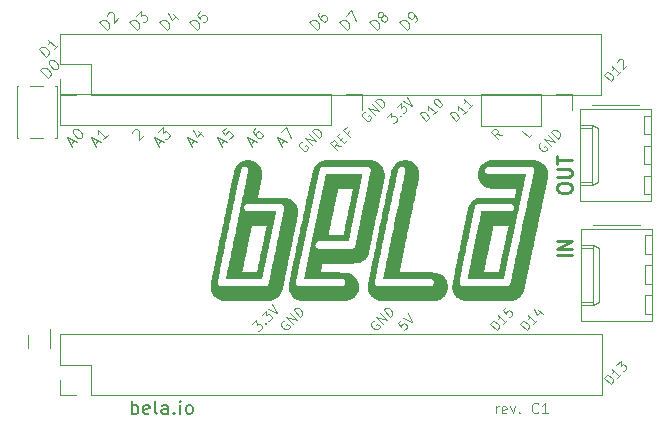
<source format=gbr>
%TF.GenerationSoftware,KiCad,Pcbnew,(6.0.0-rc1-458-g78ff9a857a)*%
%TF.CreationDate,2022-03-27T00:09:45+00:00*%
%TF.ProjectId,belamini_cape_C1,62656c61-6d69-46e6-995f-636170655f43,rev?*%
%TF.SameCoordinates,Original*%
%TF.FileFunction,Legend,Top*%
%TF.FilePolarity,Positive*%
%FSLAX46Y46*%
G04 Gerber Fmt 4.6, Leading zero omitted, Abs format (unit mm)*
G04 Created by KiCad (PCBNEW (6.0.0-rc1-458-g78ff9a857a)) date 2022-03-27 00:09:45*
%MOMM*%
%LPD*%
G01*
G04 APERTURE LIST*
%ADD10C,0.109728*%
%ADD11C,0.101600*%
%ADD12C,0.250000*%
%ADD13C,0.091440*%
%ADD14C,0.121920*%
%ADD15C,0.152400*%
%ADD16C,0.120000*%
G04 APERTURE END LIST*
D10*
X153241052Y-96711463D02*
X153593283Y-96359232D01*
X153620378Y-96765653D01*
X153701662Y-96684369D01*
X153782946Y-96657274D01*
X153837136Y-96657274D01*
X153918420Y-96684369D01*
X154053894Y-96819842D01*
X154080988Y-96901126D01*
X154080988Y-96955316D01*
X154053894Y-97036600D01*
X153891325Y-97199168D01*
X153810041Y-97226263D01*
X153755852Y-97226263D01*
X154351935Y-96630179D02*
X154406125Y-96630179D01*
X154406125Y-96684369D01*
X154351935Y-96684369D01*
X154351935Y-96630179D01*
X154406125Y-96684369D01*
X154053894Y-95898622D02*
X154406125Y-95546391D01*
X154433220Y-95952811D01*
X154514504Y-95871527D01*
X154595788Y-95844433D01*
X154649977Y-95844433D01*
X154731262Y-95871527D01*
X154866735Y-96007001D01*
X154893830Y-96088285D01*
X154893830Y-96142474D01*
X154866735Y-96223759D01*
X154704167Y-96386327D01*
X154622883Y-96413422D01*
X154568693Y-96413422D01*
X154568693Y-95383822D02*
X155327345Y-95763148D01*
X154948019Y-95004496D01*
X165076511Y-114797598D02*
X164507522Y-114228609D01*
X164642996Y-114093135D01*
X164751375Y-114038946D01*
X164859754Y-114038946D01*
X164941038Y-114066041D01*
X165076511Y-114147325D01*
X165157796Y-114228609D01*
X165239080Y-114364083D01*
X165266174Y-114445367D01*
X165266174Y-114553746D01*
X165211985Y-114662125D01*
X165076511Y-114797598D01*
X165943542Y-113930567D02*
X165618406Y-114255704D01*
X165780974Y-114093135D02*
X165211985Y-113524146D01*
X165239080Y-113659620D01*
X165239080Y-113767999D01*
X165211985Y-113849283D01*
X166051921Y-113063536D02*
X166431247Y-113442862D01*
X165699690Y-112982252D02*
X165970637Y-113524146D01*
X166322868Y-113171915D01*
X162536511Y-114797598D02*
X161967522Y-114228609D01*
X162102996Y-114093135D01*
X162211375Y-114038946D01*
X162319754Y-114038946D01*
X162401038Y-114066041D01*
X162536511Y-114147325D01*
X162617796Y-114228609D01*
X162699080Y-114364083D01*
X162726174Y-114445367D01*
X162726174Y-114553746D01*
X162671985Y-114662125D01*
X162536511Y-114797598D01*
X163403542Y-113930567D02*
X163078406Y-114255704D01*
X163240974Y-114093135D02*
X162671985Y-113524146D01*
X162699080Y-113659620D01*
X162699080Y-113767999D01*
X162671985Y-113849283D01*
X163349353Y-112846779D02*
X163078406Y-113117726D01*
X163322258Y-113415768D01*
X163322258Y-113361578D01*
X163349353Y-113280294D01*
X163484827Y-113144820D01*
X163566111Y-113117726D01*
X163620300Y-113117726D01*
X163701584Y-113144820D01*
X163837058Y-113280294D01*
X163864153Y-113361578D01*
X163864153Y-113415768D01*
X163837058Y-113497052D01*
X163701584Y-113632525D01*
X163620300Y-113659620D01*
X163566111Y-113659620D01*
D11*
X124410671Y-91635506D02*
X123764093Y-90988928D01*
X123918040Y-90834980D01*
X124041198Y-90773401D01*
X124164355Y-90773401D01*
X124256724Y-90804191D01*
X124410671Y-90896559D01*
X124503039Y-90988928D01*
X124595408Y-91142875D01*
X124626197Y-91235243D01*
X124626197Y-91358401D01*
X124564618Y-91481559D01*
X124410671Y-91635506D01*
X125395933Y-90650244D02*
X125026460Y-91019717D01*
X125211197Y-90834980D02*
X124564618Y-90188402D01*
X124595408Y-90342349D01*
X124595408Y-90465507D01*
X124564618Y-90557875D01*
D10*
X144495421Y-113975294D02*
X144414137Y-114002389D01*
X144332853Y-114083673D01*
X144278663Y-114192052D01*
X144278663Y-114300430D01*
X144305758Y-114381715D01*
X144387042Y-114517188D01*
X144468326Y-114598472D01*
X144603800Y-114679757D01*
X144685084Y-114706851D01*
X144793463Y-114706851D01*
X144901842Y-114652662D01*
X144956031Y-114598472D01*
X145010221Y-114490093D01*
X145010221Y-114435904D01*
X144820558Y-114246241D01*
X144712179Y-114354620D01*
X145308263Y-114246241D02*
X144739273Y-113677252D01*
X145633399Y-113921104D01*
X145064410Y-113352115D01*
X145904346Y-113650157D02*
X145335357Y-113081168D01*
X145470831Y-112945695D01*
X145579210Y-112891505D01*
X145687589Y-112891505D01*
X145768873Y-112918600D01*
X145904346Y-112999884D01*
X145985630Y-113081168D01*
X146066915Y-113216642D01*
X146094009Y-113297926D01*
X146094009Y-113406305D01*
X146039820Y-113514684D01*
X145904346Y-113650157D01*
X165558171Y-98181916D02*
X165287224Y-98452864D01*
X164718235Y-97883874D01*
X154432507Y-113940031D02*
X154161559Y-114210978D01*
X154405412Y-114509020D01*
X154405412Y-114454830D01*
X154432507Y-114373546D01*
X154567980Y-114238073D01*
X154649264Y-114210978D01*
X154703454Y-114210978D01*
X154784738Y-114238073D01*
X154920211Y-114373546D01*
X154947306Y-114454830D01*
X154947306Y-114509020D01*
X154920211Y-114590304D01*
X154784738Y-114725778D01*
X154703454Y-114752872D01*
X154649264Y-114752872D01*
X154622170Y-113750368D02*
X155380822Y-114129694D01*
X155001496Y-113371042D01*
X166309920Y-98886379D02*
X166228636Y-98913474D01*
X166147352Y-98994758D01*
X166093162Y-99103137D01*
X166093162Y-99211516D01*
X166120257Y-99292800D01*
X166201541Y-99428273D01*
X166282825Y-99509557D01*
X166418299Y-99590842D01*
X166499583Y-99617936D01*
X166607962Y-99617936D01*
X166716341Y-99563747D01*
X166770530Y-99509557D01*
X166824720Y-99401179D01*
X166824720Y-99346989D01*
X166635057Y-99157326D01*
X166526678Y-99265705D01*
X167122761Y-99157326D02*
X166553772Y-98588337D01*
X167447898Y-98832190D01*
X166878909Y-98263201D01*
X167718845Y-98561242D02*
X167149856Y-97992253D01*
X167285330Y-97856780D01*
X167393709Y-97802590D01*
X167502088Y-97802590D01*
X167583372Y-97829685D01*
X167718845Y-97910969D01*
X167800129Y-97992253D01*
X167881414Y-98127727D01*
X167908508Y-98209011D01*
X167908508Y-98317390D01*
X167854319Y-98425769D01*
X167718845Y-98561242D01*
D11*
X131693960Y-98054717D02*
X131693960Y-97993139D01*
X131724750Y-97900770D01*
X131878697Y-97746823D01*
X131971065Y-97716034D01*
X132032644Y-97716034D01*
X132125013Y-97746823D01*
X132186592Y-97808402D01*
X132248171Y-97931560D01*
X132248171Y-98670506D01*
X132648433Y-98270244D01*
D10*
X141830095Y-114300430D02*
X142182326Y-113948199D01*
X142209421Y-114354620D01*
X142290705Y-114273336D01*
X142371989Y-114246241D01*
X142426179Y-114246241D01*
X142507463Y-114273336D01*
X142642936Y-114408809D01*
X142670031Y-114490093D01*
X142670031Y-114544283D01*
X142642936Y-114625567D01*
X142480368Y-114788135D01*
X142399084Y-114815230D01*
X142344895Y-114815230D01*
X142940978Y-114219146D02*
X142995168Y-114219146D01*
X142995168Y-114273336D01*
X142940978Y-114273336D01*
X142940978Y-114219146D01*
X142995168Y-114273336D01*
X142642936Y-113487589D02*
X142995168Y-113135358D01*
X143022263Y-113541778D01*
X143103547Y-113460494D01*
X143184831Y-113433400D01*
X143239020Y-113433400D01*
X143320304Y-113460494D01*
X143455778Y-113595968D01*
X143482873Y-113677252D01*
X143482873Y-113731441D01*
X143455778Y-113812726D01*
X143293210Y-113975294D01*
X143211926Y-114002389D01*
X143157736Y-114002389D01*
X143157736Y-112972789D02*
X143916388Y-113352115D01*
X143537062Y-112593463D01*
X172188511Y-93715598D02*
X171619522Y-93146609D01*
X171754996Y-93011135D01*
X171863375Y-92956946D01*
X171971754Y-92956946D01*
X172053038Y-92984041D01*
X172188511Y-93065325D01*
X172269796Y-93146609D01*
X172351080Y-93282083D01*
X172378174Y-93363367D01*
X172378174Y-93471746D01*
X172323985Y-93580125D01*
X172188511Y-93715598D01*
X173055542Y-92848567D02*
X172730406Y-93173704D01*
X172892974Y-93011135D02*
X172323985Y-92442146D01*
X172351080Y-92577620D01*
X172351080Y-92685999D01*
X172323985Y-92767283D01*
X172757501Y-92117010D02*
X172757501Y-92062820D01*
X172784595Y-91981536D01*
X172920069Y-91846063D01*
X173001353Y-91818968D01*
X173055542Y-91818968D01*
X173136827Y-91846063D01*
X173191016Y-91900252D01*
X173245205Y-92008631D01*
X173245205Y-92658904D01*
X173597437Y-92306673D01*
D11*
X133826013Y-99009190D02*
X134133908Y-98701296D01*
X133949171Y-99255506D02*
X133518119Y-98393401D01*
X134380223Y-98824454D01*
X133887592Y-98023928D02*
X134287855Y-97623665D01*
X134318644Y-98085507D01*
X134411013Y-97993139D01*
X134503381Y-97962349D01*
X134564960Y-97962349D01*
X134657328Y-97993139D01*
X134811276Y-98147086D01*
X134842065Y-98239454D01*
X134842065Y-98301033D01*
X134811276Y-98393401D01*
X134626539Y-98578138D01*
X134534171Y-98608928D01*
X134472592Y-98608928D01*
D10*
X152115421Y-113975294D02*
X152034137Y-114002389D01*
X151952853Y-114083673D01*
X151898663Y-114192052D01*
X151898663Y-114300430D01*
X151925758Y-114381715D01*
X152007042Y-114517188D01*
X152088326Y-114598472D01*
X152223800Y-114679757D01*
X152305084Y-114706851D01*
X152413463Y-114706851D01*
X152521842Y-114652662D01*
X152576031Y-114598472D01*
X152630221Y-114490093D01*
X152630221Y-114435904D01*
X152440558Y-114246241D01*
X152332179Y-114354620D01*
X152928263Y-114246241D02*
X152359273Y-113677252D01*
X153253399Y-113921104D01*
X152684410Y-113352115D01*
X153524346Y-113650157D02*
X152955357Y-113081168D01*
X153090831Y-112945695D01*
X153199210Y-112891505D01*
X153307589Y-112891505D01*
X153388873Y-112918600D01*
X153524346Y-112999884D01*
X153605630Y-113081168D01*
X153686915Y-113216642D01*
X153714009Y-113297926D01*
X153714009Y-113406305D01*
X153659820Y-113514684D01*
X153524346Y-113650157D01*
D11*
X147307555Y-89379165D02*
X146660976Y-88732587D01*
X146814923Y-88578640D01*
X146938081Y-88517061D01*
X147061239Y-88517061D01*
X147153607Y-88547850D01*
X147307555Y-88640219D01*
X147399923Y-88732587D01*
X147492291Y-88886534D01*
X147523081Y-88978903D01*
X147523081Y-89102060D01*
X147461502Y-89225218D01*
X147307555Y-89379165D01*
X147584660Y-87808904D02*
X147461502Y-87932061D01*
X147430712Y-88024430D01*
X147430712Y-88086009D01*
X147461502Y-88239956D01*
X147553870Y-88393903D01*
X147800186Y-88640219D01*
X147892554Y-88671008D01*
X147954133Y-88671008D01*
X148046501Y-88640219D01*
X148169659Y-88517061D01*
X148200449Y-88424693D01*
X148200449Y-88363114D01*
X148169659Y-88270745D01*
X148015712Y-88116798D01*
X147923344Y-88086009D01*
X147861765Y-88086009D01*
X147769396Y-88116798D01*
X147646239Y-88239956D01*
X147615449Y-88332324D01*
X147615449Y-88393903D01*
X147646239Y-88486271D01*
D10*
X156576657Y-97054231D02*
X156007668Y-96485242D01*
X156143141Y-96349768D01*
X156251520Y-96295579D01*
X156359899Y-96295579D01*
X156441183Y-96322674D01*
X156576657Y-96403958D01*
X156657941Y-96485242D01*
X156739225Y-96620716D01*
X156766320Y-96702000D01*
X156766320Y-96810379D01*
X156712130Y-96918757D01*
X156576657Y-97054231D01*
X157443688Y-96187200D02*
X157118551Y-96512337D01*
X157281119Y-96349768D02*
X156712130Y-95780779D01*
X156739225Y-95916253D01*
X156739225Y-96024632D01*
X156712130Y-96105916D01*
X157226930Y-95265980D02*
X157281119Y-95211790D01*
X157362403Y-95184696D01*
X157416593Y-95184696D01*
X157497877Y-95211790D01*
X157633351Y-95293074D01*
X157768824Y-95428548D01*
X157850108Y-95564022D01*
X157877203Y-95645306D01*
X157877203Y-95699495D01*
X157850108Y-95780779D01*
X157795919Y-95834969D01*
X157714635Y-95862064D01*
X157660445Y-95862064D01*
X157579161Y-95834969D01*
X157443688Y-95753685D01*
X157308214Y-95618211D01*
X157226930Y-95482738D01*
X157199835Y-95401453D01*
X157199835Y-95347264D01*
X157226930Y-95265980D01*
D11*
X149847555Y-89379165D02*
X149200976Y-88732587D01*
X149354923Y-88578640D01*
X149478081Y-88517061D01*
X149601239Y-88517061D01*
X149693607Y-88547850D01*
X149847555Y-88640219D01*
X149939923Y-88732587D01*
X150032291Y-88886534D01*
X150063081Y-88978903D01*
X150063081Y-89102060D01*
X150001502Y-89225218D01*
X149847555Y-89379165D01*
X149785976Y-88147587D02*
X150217028Y-87716535D01*
X150586501Y-88640219D01*
D12*
X168879957Y-108460957D02*
X167679957Y-108460957D01*
X168879957Y-107889528D02*
X167679957Y-107889528D01*
X168879957Y-107203814D01*
X167679957Y-107203814D01*
D11*
X132067555Y-89379165D02*
X131420976Y-88732587D01*
X131574923Y-88578640D01*
X131698081Y-88517061D01*
X131821239Y-88517061D01*
X131913607Y-88547850D01*
X132067555Y-88640219D01*
X132159923Y-88732587D01*
X132252291Y-88886534D01*
X132283081Y-88978903D01*
X132283081Y-89102060D01*
X132221502Y-89225218D01*
X132067555Y-89379165D01*
X132005976Y-88147587D02*
X132406239Y-87747325D01*
X132437028Y-88209166D01*
X132529396Y-88116798D01*
X132621765Y-88086009D01*
X132683344Y-88086009D01*
X132775712Y-88116798D01*
X132929659Y-88270745D01*
X132960449Y-88363114D01*
X132960449Y-88424693D01*
X132929659Y-88517061D01*
X132744923Y-88701798D01*
X132652554Y-88732587D01*
X132590975Y-88732587D01*
X126460013Y-99009190D02*
X126767908Y-98701296D01*
X126583171Y-99255506D02*
X126152119Y-98393401D01*
X127014223Y-98824454D01*
X126706329Y-97839191D02*
X126767908Y-97777612D01*
X126860276Y-97746823D01*
X126921855Y-97746823D01*
X127014223Y-97777612D01*
X127168171Y-97869981D01*
X127322118Y-98023928D01*
X127414486Y-98177875D01*
X127445276Y-98270244D01*
X127445276Y-98331823D01*
X127414486Y-98424191D01*
X127352907Y-98485770D01*
X127260539Y-98516559D01*
X127198960Y-98516559D01*
X127106592Y-98485770D01*
X126952644Y-98393401D01*
X126798697Y-98239454D01*
X126706329Y-98085507D01*
X126675539Y-97993139D01*
X126675539Y-97931560D01*
X126706329Y-97839191D01*
D13*
X151378968Y-96291331D02*
X151295836Y-96319042D01*
X151212705Y-96402173D01*
X151157284Y-96513015D01*
X151157284Y-96623857D01*
X151184994Y-96706989D01*
X151268126Y-96845541D01*
X151351257Y-96928673D01*
X151489810Y-97011804D01*
X151572941Y-97039515D01*
X151683783Y-97039515D01*
X151794625Y-96984094D01*
X151850046Y-96928673D01*
X151905467Y-96817831D01*
X151905467Y-96762410D01*
X151711494Y-96568436D01*
X151600652Y-96679278D01*
X152210283Y-96568436D02*
X151628362Y-95986516D01*
X152542809Y-96235910D01*
X151960888Y-95653990D01*
X152819914Y-95958805D02*
X152237993Y-95376885D01*
X152376546Y-95238332D01*
X152487388Y-95182911D01*
X152598230Y-95182911D01*
X152681361Y-95210622D01*
X152819914Y-95293753D01*
X152903045Y-95376885D01*
X152986177Y-95515437D01*
X153013887Y-95598569D01*
X153013887Y-95709411D01*
X152958466Y-95820253D01*
X152819914Y-95958805D01*
D11*
X154927555Y-89379165D02*
X154280976Y-88732587D01*
X154434923Y-88578640D01*
X154558081Y-88517061D01*
X154681239Y-88517061D01*
X154773607Y-88547850D01*
X154927555Y-88640219D01*
X155019923Y-88732587D01*
X155112291Y-88886534D01*
X155143081Y-88978903D01*
X155143081Y-89102060D01*
X155081502Y-89225218D01*
X154927555Y-89379165D01*
X155604923Y-88701798D02*
X155728080Y-88578640D01*
X155758870Y-88486271D01*
X155758870Y-88424693D01*
X155728080Y-88270745D01*
X155635712Y-88116798D01*
X155389396Y-87870482D01*
X155297028Y-87839693D01*
X155235449Y-87839693D01*
X155143081Y-87870482D01*
X155019923Y-87993640D01*
X154989134Y-88086009D01*
X154989134Y-88147587D01*
X155019923Y-88239956D01*
X155173870Y-88393903D01*
X155266239Y-88424693D01*
X155327817Y-88424693D01*
X155420186Y-88393903D01*
X155543344Y-88270745D01*
X155574133Y-88178377D01*
X155574133Y-88116798D01*
X155543344Y-88024430D01*
X137147555Y-89379165D02*
X136500976Y-88732587D01*
X136654923Y-88578640D01*
X136778081Y-88517061D01*
X136901239Y-88517061D01*
X136993607Y-88547850D01*
X137147555Y-88640219D01*
X137239923Y-88732587D01*
X137332291Y-88886534D01*
X137363081Y-88978903D01*
X137363081Y-89102060D01*
X137301502Y-89225218D01*
X137147555Y-89379165D01*
X137455449Y-87778114D02*
X137147555Y-88086009D01*
X137424660Y-88424693D01*
X137424660Y-88363114D01*
X137455449Y-88270745D01*
X137609396Y-88116798D01*
X137701765Y-88086009D01*
X137763344Y-88086009D01*
X137855712Y-88116798D01*
X138009659Y-88270745D01*
X138040449Y-88363114D01*
X138040449Y-88424693D01*
X138009659Y-88517061D01*
X137855712Y-88671008D01*
X137763344Y-88701798D01*
X137701765Y-88701798D01*
D13*
X149358551Y-99216968D02*
X148887473Y-99133836D01*
X149026025Y-99549494D02*
X148444105Y-98967573D01*
X148665789Y-98745889D01*
X148748920Y-98718179D01*
X148804341Y-98718179D01*
X148887473Y-98745889D01*
X148970604Y-98829021D01*
X148998315Y-98912152D01*
X148998315Y-98967573D01*
X148970604Y-99050705D01*
X148748920Y-99272389D01*
X149303130Y-98662758D02*
X149497104Y-98468784D01*
X149885051Y-98690468D02*
X149607946Y-98967573D01*
X149026025Y-98385653D01*
X149303130Y-98108548D01*
X150023603Y-97942285D02*
X149829630Y-98136258D01*
X150134445Y-98441074D02*
X149552525Y-97859153D01*
X149829630Y-97582048D01*
D11*
X128492013Y-99009190D02*
X128799908Y-98701296D01*
X128615171Y-99255506D02*
X128184119Y-98393401D01*
X129046223Y-98824454D01*
X129600433Y-98270244D02*
X129230960Y-98639717D01*
X129415697Y-98454980D02*
X128769118Y-97808402D01*
X128799908Y-97962349D01*
X128799908Y-98085507D01*
X128769118Y-98177875D01*
X124551171Y-93413506D02*
X123904593Y-92766928D01*
X124058540Y-92612980D01*
X124181698Y-92551401D01*
X124304855Y-92551401D01*
X124397224Y-92582191D01*
X124551171Y-92674559D01*
X124643539Y-92766928D01*
X124735908Y-92920875D01*
X124766697Y-93013243D01*
X124766697Y-93136401D01*
X124705118Y-93259559D01*
X124551171Y-93413506D01*
X124674329Y-91997191D02*
X124735908Y-91935612D01*
X124828276Y-91904823D01*
X124889855Y-91904823D01*
X124982223Y-91935612D01*
X125136171Y-92027981D01*
X125290118Y-92181928D01*
X125382486Y-92335875D01*
X125413276Y-92428244D01*
X125413276Y-92489823D01*
X125382486Y-92582191D01*
X125320907Y-92643770D01*
X125228539Y-92674559D01*
X125166960Y-92674559D01*
X125074592Y-92643770D01*
X124920644Y-92551401D01*
X124766697Y-92397454D01*
X124674329Y-92243507D01*
X124643539Y-92151139D01*
X124643539Y-92089560D01*
X124674329Y-91997191D01*
D14*
X162441224Y-121826024D02*
X162441224Y-121229971D01*
X162441224Y-121400272D02*
X162483799Y-121315121D01*
X162526374Y-121272546D01*
X162611525Y-121229971D01*
X162696675Y-121229971D01*
X163335304Y-121783449D02*
X163250153Y-121826024D01*
X163079852Y-121826024D01*
X162994702Y-121783449D01*
X162952127Y-121698299D01*
X162952127Y-121357697D01*
X162994702Y-121272546D01*
X163079852Y-121229971D01*
X163250153Y-121229971D01*
X163335304Y-121272546D01*
X163377879Y-121357697D01*
X163377879Y-121442847D01*
X162952127Y-121527998D01*
X163675906Y-121229971D02*
X163888782Y-121826024D01*
X164101658Y-121229971D01*
X164442260Y-121740874D02*
X164484835Y-121783449D01*
X164442260Y-121826024D01*
X164399685Y-121783449D01*
X164442260Y-121740874D01*
X164442260Y-121826024D01*
X166060119Y-121740874D02*
X166017544Y-121783449D01*
X165889818Y-121826024D01*
X165804668Y-121826024D01*
X165676942Y-121783449D01*
X165591791Y-121698299D01*
X165549216Y-121613148D01*
X165506641Y-121442847D01*
X165506641Y-121315121D01*
X165549216Y-121144820D01*
X165591791Y-121059670D01*
X165676942Y-120974520D01*
X165804668Y-120931944D01*
X165889818Y-120931944D01*
X166017544Y-120974520D01*
X166060119Y-121017095D01*
X166911624Y-121826024D02*
X166400721Y-121826024D01*
X166656172Y-121826024D02*
X166656172Y-120931944D01*
X166571022Y-121059670D01*
X166485871Y-121144820D01*
X166400721Y-121187396D01*
D11*
X134607555Y-89379165D02*
X133960976Y-88732587D01*
X134114923Y-88578640D01*
X134238081Y-88517061D01*
X134361239Y-88517061D01*
X134453607Y-88547850D01*
X134607555Y-88640219D01*
X134699923Y-88732587D01*
X134792291Y-88886534D01*
X134823081Y-88978903D01*
X134823081Y-89102060D01*
X134761502Y-89225218D01*
X134607555Y-89379165D01*
X135100186Y-88024430D02*
X135531238Y-88455482D01*
X134699923Y-87932061D02*
X135007817Y-88547850D01*
X135408080Y-88147587D01*
D15*
X131653255Y-121878880D02*
X131653255Y-120761280D01*
X131653255Y-121187033D02*
X131759693Y-121133814D01*
X131972569Y-121133814D01*
X132079007Y-121187033D01*
X132132226Y-121240252D01*
X132185445Y-121346690D01*
X132185445Y-121666004D01*
X132132226Y-121772442D01*
X132079007Y-121825661D01*
X131972569Y-121878880D01*
X131759693Y-121878880D01*
X131653255Y-121825661D01*
X133090169Y-121825661D02*
X132983731Y-121878880D01*
X132770855Y-121878880D01*
X132664417Y-121825661D01*
X132611198Y-121719223D01*
X132611198Y-121293471D01*
X132664417Y-121187033D01*
X132770855Y-121133814D01*
X132983731Y-121133814D01*
X133090169Y-121187033D01*
X133143388Y-121293471D01*
X133143388Y-121399909D01*
X132611198Y-121506347D01*
X133782017Y-121878880D02*
X133675579Y-121825661D01*
X133622360Y-121719223D01*
X133622360Y-120761280D01*
X134686740Y-121878880D02*
X134686740Y-121293471D01*
X134633521Y-121187033D01*
X134527083Y-121133814D01*
X134314207Y-121133814D01*
X134207769Y-121187033D01*
X134686740Y-121825661D02*
X134580302Y-121878880D01*
X134314207Y-121878880D01*
X134207769Y-121825661D01*
X134154550Y-121719223D01*
X134154550Y-121612785D01*
X134207769Y-121506347D01*
X134314207Y-121453128D01*
X134580302Y-121453128D01*
X134686740Y-121399909D01*
X135218931Y-121772442D02*
X135272150Y-121825661D01*
X135218931Y-121878880D01*
X135165712Y-121825661D01*
X135218931Y-121772442D01*
X135218931Y-121878880D01*
X135751121Y-121878880D02*
X135751121Y-121133814D01*
X135751121Y-120761280D02*
X135697902Y-120814500D01*
X135751121Y-120867719D01*
X135804340Y-120814500D01*
X135751121Y-120761280D01*
X135751121Y-120867719D01*
X136442969Y-121878880D02*
X136336531Y-121825661D01*
X136283312Y-121772442D01*
X136230093Y-121666004D01*
X136230093Y-121346690D01*
X136283312Y-121240252D01*
X136336531Y-121187033D01*
X136442969Y-121133814D01*
X136602626Y-121133814D01*
X136709064Y-121187033D01*
X136762283Y-121240252D01*
X136815502Y-121346690D01*
X136815502Y-121666004D01*
X136762283Y-121772442D01*
X136709064Y-121825661D01*
X136602626Y-121878880D01*
X136442969Y-121878880D01*
D11*
X136620013Y-99009190D02*
X136927908Y-98701296D01*
X136743171Y-99255506D02*
X136312119Y-98393401D01*
X137174223Y-98824454D01*
X137235802Y-97900770D02*
X137666854Y-98331823D01*
X136835539Y-97808402D02*
X137143434Y-98424191D01*
X137543697Y-98023928D01*
X152387555Y-89379165D02*
X151740976Y-88732587D01*
X151894923Y-88578640D01*
X152018081Y-88517061D01*
X152141239Y-88517061D01*
X152233607Y-88547850D01*
X152387555Y-88640219D01*
X152479923Y-88732587D01*
X152572291Y-88886534D01*
X152603081Y-88978903D01*
X152603081Y-89102060D01*
X152541502Y-89225218D01*
X152387555Y-89379165D01*
X152757028Y-88270745D02*
X152664660Y-88301535D01*
X152603081Y-88301535D01*
X152510712Y-88270745D01*
X152479923Y-88239956D01*
X152449134Y-88147587D01*
X152449134Y-88086009D01*
X152479923Y-87993640D01*
X152603081Y-87870482D01*
X152695449Y-87839693D01*
X152757028Y-87839693D01*
X152849396Y-87870482D01*
X152880186Y-87901272D01*
X152910975Y-87993640D01*
X152910975Y-88055219D01*
X152880186Y-88147587D01*
X152757028Y-88270745D01*
X152726239Y-88363114D01*
X152726239Y-88424693D01*
X152757028Y-88517061D01*
X152880186Y-88640219D01*
X152972554Y-88671008D01*
X153034133Y-88671008D01*
X153126501Y-88640219D01*
X153249659Y-88517061D01*
X153280449Y-88424693D01*
X153280449Y-88363114D01*
X153249659Y-88270745D01*
X153126501Y-88147587D01*
X153034133Y-88116798D01*
X152972554Y-88116798D01*
X152880186Y-88147587D01*
D10*
X162963982Y-98236106D02*
X162503372Y-98154822D01*
X162638845Y-98561242D02*
X162069856Y-97992253D01*
X162286614Y-97775496D01*
X162367898Y-97748401D01*
X162422088Y-97748401D01*
X162503372Y-97775496D01*
X162584656Y-97856780D01*
X162611751Y-97938064D01*
X162611751Y-97992253D01*
X162584656Y-98073538D01*
X162367898Y-98290295D01*
D12*
X167679957Y-102847385D02*
X167679957Y-102618814D01*
X167737100Y-102504528D01*
X167851385Y-102390242D01*
X168079957Y-102333100D01*
X168479957Y-102333100D01*
X168708528Y-102390242D01*
X168822814Y-102504528D01*
X168879957Y-102618814D01*
X168879957Y-102847385D01*
X168822814Y-102961671D01*
X168708528Y-103075957D01*
X168479957Y-103133100D01*
X168079957Y-103133100D01*
X167851385Y-103075957D01*
X167737100Y-102961671D01*
X167679957Y-102847385D01*
X167679957Y-101818814D02*
X168651385Y-101818814D01*
X168765671Y-101761671D01*
X168822814Y-101704528D01*
X168879957Y-101590242D01*
X168879957Y-101361671D01*
X168822814Y-101247385D01*
X168765671Y-101190242D01*
X168651385Y-101133100D01*
X167679957Y-101133100D01*
X167679957Y-100733100D02*
X167679957Y-100047385D01*
X168879957Y-100390242D02*
X167679957Y-100390242D01*
D13*
X146044968Y-98831331D02*
X145961836Y-98859042D01*
X145878705Y-98942173D01*
X145823284Y-99053015D01*
X145823284Y-99163857D01*
X145850994Y-99246989D01*
X145934126Y-99385541D01*
X146017257Y-99468673D01*
X146155810Y-99551804D01*
X146238941Y-99579515D01*
X146349783Y-99579515D01*
X146460625Y-99524094D01*
X146516046Y-99468673D01*
X146571467Y-99357831D01*
X146571467Y-99302410D01*
X146377494Y-99108436D01*
X146266652Y-99219278D01*
X146876283Y-99108436D02*
X146294362Y-98526516D01*
X147208809Y-98775910D01*
X146626888Y-98193990D01*
X147485914Y-98498805D02*
X146903993Y-97916885D01*
X147042546Y-97778332D01*
X147153388Y-97722911D01*
X147264230Y-97722911D01*
X147347361Y-97750622D01*
X147485914Y-97833753D01*
X147569045Y-97916885D01*
X147652177Y-98055437D01*
X147679887Y-98138569D01*
X147679887Y-98249411D01*
X147624466Y-98360253D01*
X147485914Y-98498805D01*
D10*
X159116657Y-97054231D02*
X158547668Y-96485242D01*
X158683141Y-96349768D01*
X158791520Y-96295579D01*
X158899899Y-96295579D01*
X158981183Y-96322674D01*
X159116657Y-96403958D01*
X159197941Y-96485242D01*
X159279225Y-96620716D01*
X159306320Y-96702000D01*
X159306320Y-96810379D01*
X159252130Y-96918757D01*
X159116657Y-97054231D01*
X159983688Y-96187200D02*
X159658551Y-96512337D01*
X159821119Y-96349768D02*
X159252130Y-95780779D01*
X159279225Y-95916253D01*
X159279225Y-96024632D01*
X159252130Y-96105916D01*
X160525582Y-95645306D02*
X160200445Y-95970442D01*
X160363014Y-95807874D02*
X159794025Y-95238885D01*
X159821119Y-95374359D01*
X159821119Y-95482738D01*
X159794025Y-95564022D01*
D11*
X139160013Y-99009190D02*
X139467908Y-98701296D01*
X139283171Y-99255506D02*
X138852119Y-98393401D01*
X139714223Y-98824454D01*
X139591065Y-97654455D02*
X139283171Y-97962349D01*
X139560276Y-98301033D01*
X139560276Y-98239454D01*
X139591065Y-98147086D01*
X139745013Y-97993139D01*
X139837381Y-97962349D01*
X139898960Y-97962349D01*
X139991328Y-97993139D01*
X140145276Y-98147086D01*
X140176065Y-98239454D01*
X140176065Y-98301033D01*
X140145276Y-98393401D01*
X139991328Y-98547349D01*
X139898960Y-98578138D01*
X139837381Y-98578138D01*
D10*
X172188511Y-119369598D02*
X171619522Y-118800609D01*
X171754996Y-118665135D01*
X171863375Y-118610946D01*
X171971754Y-118610946D01*
X172053038Y-118638041D01*
X172188511Y-118719325D01*
X172269796Y-118800609D01*
X172351080Y-118936083D01*
X172378174Y-119017367D01*
X172378174Y-119125746D01*
X172323985Y-119234125D01*
X172188511Y-119369598D01*
X173055542Y-118502567D02*
X172730406Y-118827704D01*
X172892974Y-118665135D02*
X172323985Y-118096146D01*
X172351080Y-118231620D01*
X172351080Y-118339999D01*
X172323985Y-118421283D01*
X172676216Y-117743915D02*
X173028448Y-117391684D01*
X173055542Y-117798105D01*
X173136827Y-117716820D01*
X173218111Y-117689726D01*
X173272300Y-117689726D01*
X173353584Y-117716820D01*
X173489058Y-117852294D01*
X173516153Y-117933578D01*
X173516153Y-117987768D01*
X173489058Y-118069052D01*
X173326490Y-118231620D01*
X173245205Y-118258715D01*
X173191016Y-118258715D01*
D11*
X144240013Y-99009190D02*
X144547908Y-98701296D01*
X144363171Y-99255506D02*
X143932119Y-98393401D01*
X144794223Y-98824454D01*
X144301592Y-98023928D02*
X144732644Y-97592876D01*
X145102118Y-98516559D01*
X141700013Y-99009190D02*
X142007908Y-98701296D01*
X141823171Y-99255506D02*
X141392119Y-98393401D01*
X142254223Y-98824454D01*
X142100276Y-97685244D02*
X141977118Y-97808402D01*
X141946329Y-97900770D01*
X141946329Y-97962349D01*
X141977118Y-98116296D01*
X142069487Y-98270244D01*
X142315802Y-98516559D01*
X142408171Y-98547349D01*
X142469749Y-98547349D01*
X142562118Y-98516559D01*
X142685276Y-98393401D01*
X142716065Y-98301033D01*
X142716065Y-98239454D01*
X142685276Y-98147086D01*
X142531328Y-97993139D01*
X142438960Y-97962349D01*
X142377381Y-97962349D01*
X142285013Y-97993139D01*
X142161855Y-98116296D01*
X142131065Y-98208665D01*
X142131065Y-98270244D01*
X142161855Y-98362612D01*
X129527555Y-89379165D02*
X128880976Y-88732587D01*
X129034923Y-88578640D01*
X129158081Y-88517061D01*
X129281239Y-88517061D01*
X129373607Y-88547850D01*
X129527555Y-88640219D01*
X129619923Y-88732587D01*
X129712291Y-88886534D01*
X129743081Y-88978903D01*
X129743081Y-89102060D01*
X129681502Y-89225218D01*
X129527555Y-89379165D01*
X129558344Y-88178377D02*
X129558344Y-88116798D01*
X129589134Y-88024430D01*
X129743081Y-87870482D01*
X129835449Y-87839693D01*
X129897028Y-87839693D01*
X129989396Y-87870482D01*
X130050975Y-87932061D01*
X130112554Y-88055219D01*
X130112554Y-88794166D01*
X130512817Y-88393903D01*
D16*
%TO.C,J3*%
X175085000Y-109300000D02*
X175085000Y-110900000D01*
X175685000Y-106760000D02*
X175085000Y-106760000D01*
X169665000Y-114020000D02*
X175685000Y-114020000D01*
X174655000Y-105890000D02*
X170655000Y-105890000D01*
X175085000Y-108360000D02*
X175685000Y-108360000D01*
X175685000Y-109300000D02*
X175085000Y-109300000D01*
X170665000Y-112640000D02*
X169665000Y-112640000D01*
X175085000Y-113440000D02*
X175685000Y-113440000D01*
X175685000Y-111840000D02*
X175085000Y-111840000D01*
X175085000Y-106760000D02*
X175085000Y-108360000D01*
X169665000Y-106180000D02*
X169665000Y-114020000D01*
X170665000Y-107560000D02*
X171195000Y-107810000D01*
X169665000Y-107810000D02*
X170665000Y-107810000D01*
X175685000Y-106180000D02*
X169665000Y-106180000D01*
X170665000Y-107560000D02*
X170665000Y-112640000D01*
X175685000Y-114020000D02*
X175685000Y-106180000D01*
X169665000Y-112390000D02*
X170665000Y-112390000D01*
X171195000Y-112390000D02*
X170665000Y-112640000D01*
X175085000Y-110900000D02*
X175685000Y-110900000D01*
X171195000Y-107810000D02*
X171195000Y-112390000D01*
X169665000Y-107560000D02*
X170665000Y-107560000D01*
X175085000Y-111840000D02*
X175085000Y-113440000D01*
%TO.C,P2*%
X128170000Y-92290000D02*
X125570000Y-92290000D01*
X128170000Y-94890000D02*
X171410000Y-94890000D01*
X125570000Y-94890000D02*
X125570000Y-93560000D01*
X125570000Y-89690000D02*
X171410000Y-89690000D01*
X128170000Y-94890000D02*
X128170000Y-92290000D01*
X171410000Y-94890000D02*
X171410000Y-89690000D01*
X126900000Y-94890000D02*
X125570000Y-94890000D01*
X125570000Y-92290000D02*
X125570000Y-89690000D01*
%TO.C,S1*%
X125291900Y-94116200D02*
X125171900Y-94116200D01*
X122011900Y-94116200D02*
X121891900Y-94116200D01*
X123021900Y-98516200D02*
X124161900Y-98516200D01*
X121891900Y-94116200D02*
X121891900Y-98516200D01*
X124161900Y-94116200D02*
X123021900Y-94116200D01*
X125171900Y-98516200D02*
X125291900Y-98516200D01*
X125291900Y-98516200D02*
X125291900Y-94116200D01*
X121891900Y-98516200D02*
X122011900Y-98516200D01*
%TO.C,J2*%
X167600000Y-94820000D02*
X168930000Y-94820000D01*
X166330000Y-94820000D02*
X166330000Y-97480000D01*
X161190000Y-94820000D02*
X161190000Y-97480000D01*
X166330000Y-94820000D02*
X161190000Y-94820000D01*
X166330000Y-97480000D02*
X161190000Y-97480000D01*
X168930000Y-94820000D02*
X168930000Y-96150000D01*
%TO.C,G\u002A\u002A\u002A*%
G36*
X145006966Y-110590165D02*
G01*
X145030547Y-110477767D01*
X145057490Y-110349530D01*
X145087626Y-110206263D01*
X145120782Y-110048772D01*
X145156790Y-109877862D01*
X145195477Y-109694341D01*
X145236674Y-109499015D01*
X145280209Y-109292690D01*
X145325912Y-109076173D01*
X145373612Y-108850270D01*
X145423138Y-108615788D01*
X145474320Y-108373533D01*
X145526987Y-108124312D01*
X145580968Y-107868931D01*
X145636093Y-107608197D01*
X145692191Y-107342916D01*
X145749091Y-107073894D01*
X145806622Y-106801939D01*
X145864614Y-106527856D01*
X145922896Y-106252452D01*
X145981297Y-105976533D01*
X146039647Y-105700906D01*
X146097775Y-105426378D01*
X146155510Y-105153755D01*
X146212681Y-104883843D01*
X146269119Y-104617449D01*
X146324651Y-104355379D01*
X146379107Y-104098439D01*
X146432318Y-103847437D01*
X146484111Y-103603179D01*
X146534317Y-103366471D01*
X146582764Y-103138119D01*
X146629281Y-102918931D01*
X146673699Y-102709712D01*
X146715847Y-102511269D01*
X146755553Y-102324408D01*
X146792647Y-102149936D01*
X146826958Y-101988660D01*
X146858316Y-101841386D01*
X146886550Y-101708920D01*
X146911488Y-101592069D01*
X146932962Y-101491639D01*
X146950799Y-101408437D01*
X146964829Y-101343269D01*
X146974881Y-101296942D01*
X146980785Y-101270262D01*
X146982300Y-101263898D01*
X147035520Y-101117227D01*
X147107286Y-100979760D01*
X147196186Y-100852910D01*
X147300807Y-100738091D01*
X147419736Y-100636716D01*
X147551561Y-100550198D01*
X147694868Y-100479952D01*
X147806031Y-100439725D01*
X147902446Y-100409764D01*
X149964657Y-100406783D01*
X150215952Y-100406401D01*
X150446759Y-100406033D01*
X150658014Y-100405705D01*
X150850655Y-100405445D01*
X151025618Y-100405282D01*
X151183839Y-100405243D01*
X151326257Y-100405355D01*
X151453808Y-100405647D01*
X151567428Y-100406146D01*
X151668055Y-100406880D01*
X151756626Y-100407876D01*
X151834078Y-100409163D01*
X151901347Y-100410769D01*
X151959371Y-100412720D01*
X152009086Y-100415046D01*
X152051429Y-100417773D01*
X152087338Y-100420929D01*
X152117749Y-100424542D01*
X152143599Y-100428641D01*
X152165825Y-100433252D01*
X152185363Y-100438403D01*
X152203152Y-100444122D01*
X152220128Y-100450438D01*
X152237227Y-100457377D01*
X152255387Y-100464967D01*
X152275545Y-100473237D01*
X152281043Y-100475429D01*
X152429427Y-100545096D01*
X152564354Y-100630878D01*
X152684924Y-100731686D01*
X152790234Y-100846431D01*
X152879381Y-100974024D01*
X152951465Y-101113378D01*
X153005583Y-101263403D01*
X153034237Y-101384401D01*
X153042615Y-101438996D01*
X153047328Y-101496221D01*
X153048709Y-101562471D01*
X153047347Y-101636151D01*
X153042541Y-101791712D01*
X152381432Y-105010903D01*
X152317755Y-105320773D01*
X152256509Y-105618418D01*
X152197796Y-105903343D01*
X152141721Y-106175053D01*
X152088387Y-106433053D01*
X152037898Y-106676848D01*
X151990357Y-106905943D01*
X151945867Y-107119843D01*
X151904532Y-107318054D01*
X151866456Y-107500079D01*
X151831742Y-107665425D01*
X151800493Y-107813596D01*
X151772813Y-107944097D01*
X151748806Y-108056434D01*
X151728575Y-108150111D01*
X151712223Y-108224633D01*
X151699854Y-108279506D01*
X151691571Y-108314235D01*
X151688189Y-108326508D01*
X151628903Y-108471328D01*
X151551778Y-108605317D01*
X151458069Y-108727364D01*
X151349031Y-108836357D01*
X151225917Y-108931187D01*
X151089983Y-109010744D01*
X150942484Y-109073916D01*
X150794897Y-109117252D01*
X150780909Y-109120424D01*
X150766810Y-109123289D01*
X150751468Y-109125867D01*
X150733753Y-109128178D01*
X150712536Y-109130243D01*
X150686684Y-109132084D01*
X150655069Y-109133719D01*
X150616559Y-109135170D01*
X150570024Y-109136457D01*
X150514334Y-109137601D01*
X150448358Y-109138622D01*
X150370967Y-109139541D01*
X150281029Y-109140378D01*
X150177414Y-109141154D01*
X150058992Y-109141890D01*
X149924633Y-109142605D01*
X149773205Y-109143321D01*
X149603579Y-109144058D01*
X149414624Y-109144837D01*
X149236944Y-109145551D01*
X147775407Y-109151392D01*
X147703919Y-109488844D01*
X147686183Y-109572509D01*
X147669568Y-109650771D01*
X147654675Y-109720811D01*
X147642105Y-109779809D01*
X147632458Y-109824945D01*
X147626334Y-109853400D01*
X147624745Y-109860650D01*
X147617059Y-109895002D01*
X148734616Y-109898943D01*
X148916526Y-109899572D01*
X149078362Y-109900146D01*
X149221475Y-109900726D01*
X149347214Y-109901376D01*
X149456930Y-109902158D01*
X149551975Y-109903136D01*
X149633699Y-109904372D01*
X149703452Y-109905928D01*
X149762586Y-109907869D01*
X149812451Y-109910256D01*
X149854397Y-109913152D01*
X149889776Y-109916620D01*
X149919938Y-109920724D01*
X149946234Y-109925525D01*
X149970014Y-109931087D01*
X149992629Y-109937473D01*
X150015431Y-109944744D01*
X150039768Y-109952965D01*
X150062549Y-109960705D01*
X150206900Y-110020451D01*
X150342675Y-110098808D01*
X150467710Y-110193944D01*
X150579844Y-110304028D01*
X150676914Y-110427227D01*
X150744796Y-110538697D01*
X150809727Y-110682325D01*
X150854645Y-110831221D01*
X150879703Y-110983420D01*
X150885057Y-111136961D01*
X150870861Y-111289881D01*
X150837270Y-111440217D01*
X150784439Y-111586006D01*
X150712524Y-111725285D01*
X150643044Y-111828456D01*
X150540470Y-111948124D01*
X150424128Y-112051923D01*
X150293557Y-112140159D01*
X150148293Y-112213137D01*
X149987877Y-112271164D01*
X149964986Y-112277883D01*
X149884311Y-112300947D01*
X147934585Y-112302972D01*
X147694396Y-112303215D01*
X147474669Y-112303419D01*
X147274442Y-112303575D01*
X147092752Y-112303673D01*
X146928636Y-112303706D01*
X146781130Y-112303665D01*
X146649273Y-112303541D01*
X146532101Y-112303325D01*
X146428651Y-112303010D01*
X146337961Y-112302585D01*
X146259067Y-112302043D01*
X146191007Y-112301376D01*
X146132817Y-112300573D01*
X146083535Y-112299628D01*
X146042197Y-112298530D01*
X146007842Y-112297273D01*
X145979506Y-112295846D01*
X145956225Y-112294241D01*
X145937038Y-112292450D01*
X145920981Y-112290464D01*
X145907091Y-112288274D01*
X145894406Y-112285872D01*
X145888444Y-112284637D01*
X145740377Y-112244738D01*
X145604838Y-112189535D01*
X145478630Y-112117319D01*
X145358558Y-112026382D01*
X145292072Y-111965936D01*
X145185929Y-111849127D01*
X145096972Y-111720821D01*
X145025836Y-111583000D01*
X144973157Y-111437647D01*
X144939573Y-111286744D01*
X144925719Y-111132274D01*
X144932232Y-110976219D01*
X144945479Y-110886371D01*
X144949685Y-110865256D01*
X144958108Y-110824272D01*
X144970576Y-110764225D01*
X144979451Y-110721703D01*
X145532849Y-110721703D01*
X145534634Y-110793474D01*
X145555442Y-110863508D01*
X145592989Y-110927794D01*
X145644994Y-110982320D01*
X145702443Y-111019816D01*
X145768669Y-111052910D01*
X149468447Y-111052910D01*
X149534673Y-111019816D01*
X149599952Y-110976291D01*
X149649862Y-110920663D01*
X149683974Y-110856187D01*
X149701857Y-110786120D01*
X149703081Y-110713719D01*
X149687215Y-110642238D01*
X149653830Y-110574935D01*
X149602494Y-110515065D01*
X149601493Y-110514157D01*
X149590819Y-110503910D01*
X149581881Y-110494609D01*
X149573651Y-110486207D01*
X149565101Y-110478654D01*
X149555204Y-110471901D01*
X149542932Y-110465901D01*
X149527259Y-110460605D01*
X149507155Y-110455964D01*
X149481594Y-110451929D01*
X149449549Y-110448453D01*
X149409991Y-110445486D01*
X149361894Y-110442980D01*
X149304229Y-110440887D01*
X149235969Y-110439158D01*
X149156087Y-110437744D01*
X149063555Y-110436597D01*
X148957346Y-110435668D01*
X148836432Y-110434909D01*
X148699785Y-110434271D01*
X148546378Y-110433706D01*
X148375184Y-110433165D01*
X148185175Y-110432600D01*
X147975323Y-110431961D01*
X147853364Y-110431569D01*
X146229503Y-110426213D01*
X147014317Y-106713908D01*
X148293463Y-106713908D01*
X148303426Y-106716552D01*
X148333446Y-106718828D01*
X148383722Y-106720739D01*
X148454450Y-106722289D01*
X148545830Y-106723482D01*
X148658058Y-106724319D01*
X148791332Y-106724806D01*
X148929986Y-106724947D01*
X149566508Y-106724947D01*
X149577219Y-106674062D01*
X149580467Y-106658347D01*
X149587790Y-106622728D01*
X149598965Y-106568287D01*
X149613770Y-106496110D01*
X149631983Y-106407282D01*
X149653381Y-106302887D01*
X149677743Y-106184010D01*
X149704846Y-106051737D01*
X149734468Y-105907150D01*
X149766386Y-105751336D01*
X149800379Y-105585378D01*
X149836223Y-105410363D01*
X149873698Y-105227374D01*
X149912580Y-105037495D01*
X149952648Y-104841813D01*
X149975056Y-104732370D01*
X150015575Y-104534508D01*
X150054981Y-104342173D01*
X150093054Y-104156426D01*
X150129577Y-103978328D01*
X150164332Y-103808939D01*
X150197100Y-103649320D01*
X150227664Y-103500532D01*
X150255805Y-103363636D01*
X150281306Y-103239693D01*
X150303947Y-103129762D01*
X150323511Y-103034906D01*
X150339781Y-102956185D01*
X150352537Y-102894659D01*
X150361561Y-102851389D01*
X150366637Y-102827437D01*
X150367684Y-102822817D01*
X150367901Y-102818878D01*
X150364997Y-102815531D01*
X150357377Y-102812729D01*
X150343450Y-102810423D01*
X150321623Y-102808565D01*
X150290302Y-102807108D01*
X150247896Y-102806002D01*
X150192811Y-102805201D01*
X150123454Y-102804656D01*
X150038234Y-102804319D01*
X149935557Y-102804141D01*
X149813831Y-102804076D01*
X149746488Y-102804070D01*
X149614653Y-102804101D01*
X149502623Y-102804226D01*
X149408776Y-102804492D01*
X149331492Y-102804948D01*
X149269149Y-102805642D01*
X149220127Y-102806623D01*
X149182804Y-102807937D01*
X149155559Y-102809634D01*
X149136772Y-102811760D01*
X149124822Y-102814366D01*
X149118087Y-102817497D01*
X149114946Y-102821203D01*
X149114345Y-102822817D01*
X149111370Y-102835877D01*
X149104276Y-102868529D01*
X149093329Y-102919512D01*
X149078794Y-102987563D01*
X149060938Y-103071422D01*
X149040027Y-103169825D01*
X149016328Y-103281511D01*
X148990107Y-103405218D01*
X148961629Y-103539684D01*
X148931162Y-103683647D01*
X148898970Y-103835845D01*
X148865322Y-103995017D01*
X148830482Y-104159899D01*
X148794717Y-104329232D01*
X148758293Y-104501751D01*
X148721477Y-104676197D01*
X148684534Y-104851306D01*
X148647731Y-105025816D01*
X148611334Y-105198467D01*
X148575610Y-105367995D01*
X148540824Y-105533139D01*
X148507243Y-105692637D01*
X148475133Y-105845227D01*
X148444760Y-105989647D01*
X148416390Y-106124636D01*
X148390290Y-106248931D01*
X148366726Y-106361270D01*
X148345965Y-106460391D01*
X148328271Y-106545033D01*
X148313912Y-106613933D01*
X148303154Y-106665831D01*
X148296262Y-106699462D01*
X148293504Y-106713567D01*
X148293463Y-106713908D01*
X147014317Y-106713908D01*
X148105871Y-101550675D01*
X149640536Y-101550675D01*
X149848232Y-101550743D01*
X150043827Y-101550944D01*
X150226548Y-101551272D01*
X150395618Y-101551723D01*
X150550264Y-101552292D01*
X150689711Y-101552974D01*
X150813184Y-101553764D01*
X150919908Y-101554656D01*
X151009109Y-101555646D01*
X151080012Y-101556730D01*
X151131842Y-101557901D01*
X151163825Y-101559155D01*
X151175186Y-101560487D01*
X151175201Y-101560537D01*
X151173084Y-101571545D01*
X151166876Y-101602497D01*
X151156791Y-101652348D01*
X151143042Y-101720053D01*
X151125845Y-101804569D01*
X151105412Y-101904850D01*
X151081957Y-102019852D01*
X151055695Y-102148530D01*
X151026840Y-102289840D01*
X150995604Y-102442737D01*
X150962203Y-102606176D01*
X150926849Y-102779112D01*
X150889758Y-102960502D01*
X150851143Y-103149299D01*
X150811217Y-103344461D01*
X150770196Y-103544942D01*
X150728292Y-103749697D01*
X150685719Y-103957682D01*
X150642692Y-104167852D01*
X150599425Y-104379163D01*
X150556130Y-104590569D01*
X150513023Y-104801027D01*
X150470317Y-105009492D01*
X150428227Y-105214918D01*
X150386965Y-105416262D01*
X150346746Y-105612479D01*
X150307784Y-105802523D01*
X150270292Y-105985352D01*
X150234486Y-106159919D01*
X150200578Y-106325180D01*
X150168782Y-106480091D01*
X150139313Y-106623607D01*
X150112384Y-106754683D01*
X150088209Y-106872275D01*
X150067002Y-106975338D01*
X150048978Y-107062827D01*
X150034349Y-107133698D01*
X150023330Y-107186906D01*
X150016135Y-107221406D01*
X150012978Y-107236155D01*
X150012950Y-107236273D01*
X150007205Y-107260167D01*
X148719144Y-107263055D01*
X147431084Y-107265943D01*
X147374527Y-107291501D01*
X147327029Y-107319737D01*
X147281363Y-107358380D01*
X147271063Y-107369231D01*
X147225020Y-107434966D01*
X147198084Y-107505991D01*
X147189634Y-107579240D01*
X147199050Y-107651645D01*
X147225710Y-107720138D01*
X147268992Y-107781654D01*
X147328278Y-107833124D01*
X147369867Y-107857222D01*
X147431084Y-107887284D01*
X150334247Y-107887284D01*
X150395113Y-107857394D01*
X150464342Y-107812165D01*
X150518075Y-107752165D01*
X150543971Y-107706655D01*
X150548051Y-107692084D01*
X150556178Y-107657502D01*
X150568148Y-107603900D01*
X150583759Y-107532268D01*
X150602808Y-107443595D01*
X150625093Y-107338872D01*
X150650410Y-107219089D01*
X150678557Y-107085235D01*
X150709331Y-106938300D01*
X150742528Y-106779275D01*
X150777948Y-106609148D01*
X150815386Y-106428911D01*
X150854639Y-106239552D01*
X150895505Y-106042062D01*
X150937782Y-105837431D01*
X150981266Y-105626649D01*
X151025754Y-105410705D01*
X151071044Y-105190590D01*
X151116933Y-104967293D01*
X151163219Y-104741804D01*
X151209697Y-104515113D01*
X151256166Y-104288210D01*
X151302423Y-104062085D01*
X151348264Y-103837728D01*
X151393488Y-103616129D01*
X151437891Y-103398278D01*
X151481270Y-103185164D01*
X151523423Y-102977777D01*
X151564148Y-102777108D01*
X151603240Y-102584146D01*
X151640497Y-102399882D01*
X151675717Y-102225304D01*
X151708697Y-102061403D01*
X151739233Y-101909170D01*
X151767124Y-101769593D01*
X151792166Y-101643663D01*
X151814156Y-101532369D01*
X151832892Y-101436702D01*
X151848171Y-101357651D01*
X151859790Y-101296207D01*
X151867546Y-101253358D01*
X151871237Y-101230096D01*
X151871531Y-101226655D01*
X151867377Y-101180033D01*
X151853094Y-101134008D01*
X151838771Y-101102878D01*
X151803335Y-101044493D01*
X151760315Y-101000189D01*
X151703665Y-100964172D01*
X151684058Y-100954558D01*
X151630494Y-100929543D01*
X149718263Y-100929498D01*
X149462030Y-100929552D01*
X149222223Y-100929723D01*
X148999232Y-100930010D01*
X148793447Y-100930411D01*
X148605256Y-100930924D01*
X148435049Y-100931546D01*
X148283217Y-100932276D01*
X148150148Y-100933111D01*
X148036233Y-100934050D01*
X147941860Y-100935089D01*
X147867420Y-100936228D01*
X147813302Y-100937464D01*
X147779895Y-100938795D01*
X147768167Y-100939972D01*
X147700786Y-100969202D01*
X147640579Y-101015404D01*
X147591702Y-101074337D01*
X147558317Y-101141761D01*
X147552866Y-101159494D01*
X147547167Y-101183033D01*
X147537391Y-101226328D01*
X147523802Y-101288155D01*
X147506661Y-101367288D01*
X147486232Y-101462501D01*
X147462777Y-101572571D01*
X147436558Y-101696271D01*
X147407839Y-101832376D01*
X147376881Y-101979661D01*
X147366872Y-102027394D01*
X147353719Y-102089990D01*
X147336945Y-102169564D01*
X147317392Y-102262139D01*
X147295901Y-102363737D01*
X147273313Y-102470381D01*
X147250471Y-102578092D01*
X147228214Y-102682893D01*
X147227505Y-102686230D01*
X147206457Y-102785326D01*
X147185799Y-102882718D01*
X147166183Y-102975316D01*
X147148262Y-103060037D01*
X147132689Y-103133791D01*
X147120116Y-103193494D01*
X147111198Y-103236059D01*
X147109691Y-103243294D01*
X147102340Y-103278459D01*
X147091091Y-103331972D01*
X147076497Y-103401221D01*
X147059110Y-103483594D01*
X147039481Y-103576480D01*
X147018161Y-103677269D01*
X146995702Y-103783348D01*
X146972656Y-103892106D01*
X146970531Y-103902130D01*
X146943688Y-104028781D01*
X146914257Y-104167717D01*
X146883330Y-104313776D01*
X146852001Y-104461795D01*
X146821360Y-104606612D01*
X146792502Y-104743067D01*
X146766518Y-104865997D01*
X146756274Y-104914488D01*
X146730527Y-105036369D01*
X146701884Y-105171934D01*
X146671574Y-105315364D01*
X146640828Y-105460840D01*
X146610875Y-105602545D01*
X146582944Y-105734660D01*
X146559296Y-105846499D01*
X146547427Y-105902620D01*
X146531393Y-105978442D01*
X146511458Y-106072704D01*
X146487891Y-106184146D01*
X146460957Y-106311507D01*
X146430923Y-106453526D01*
X146398056Y-106608943D01*
X146362623Y-106776497D01*
X146324889Y-106954927D01*
X146285122Y-107142973D01*
X146243588Y-107339373D01*
X146200554Y-107542867D01*
X146156287Y-107752194D01*
X146111052Y-107966093D01*
X146065117Y-108183305D01*
X146018749Y-108402567D01*
X146000851Y-108487200D01*
X145955790Y-108700381D01*
X145911872Y-108908353D01*
X145869308Y-109110116D01*
X145828305Y-109304668D01*
X145789075Y-109491008D01*
X145751827Y-109668136D01*
X145716770Y-109835050D01*
X145684114Y-109990750D01*
X145654069Y-110134235D01*
X145626845Y-110264503D01*
X145602650Y-110380554D01*
X145581695Y-110481387D01*
X145564189Y-110566001D01*
X145550342Y-110633395D01*
X145540364Y-110682568D01*
X145534464Y-110712519D01*
X145532849Y-110721703D01*
X144979451Y-110721703D01*
X144986919Y-110685920D01*
X145006966Y-110590165D01*
G37*
G36*
X151688036Y-110633375D02*
G01*
X151702741Y-110558947D01*
X151719360Y-110475599D01*
X151738010Y-110382748D01*
X151758809Y-110279812D01*
X151781878Y-110166208D01*
X151807332Y-110041352D01*
X151835292Y-109904661D01*
X151865875Y-109755552D01*
X151899199Y-109593442D01*
X151935383Y-109417749D01*
X151974545Y-109227889D01*
X152016804Y-109023279D01*
X152062277Y-108803336D01*
X152111083Y-108567477D01*
X152163341Y-108315119D01*
X152219168Y-108045679D01*
X152278683Y-107758574D01*
X152342004Y-107453221D01*
X152409250Y-107129037D01*
X152480539Y-106785438D01*
X152555988Y-106421842D01*
X152609804Y-106162526D01*
X152675352Y-105846742D01*
X152739905Y-105535848D01*
X152803322Y-105230524D01*
X152865461Y-104931449D01*
X152926181Y-104639302D01*
X152985340Y-104354764D01*
X153042796Y-104078513D01*
X153098408Y-103811229D01*
X153152033Y-103553592D01*
X153203531Y-103306281D01*
X153252760Y-103069975D01*
X153299577Y-102845353D01*
X153343842Y-102633096D01*
X153385412Y-102433883D01*
X153424146Y-102248393D01*
X153459902Y-102077306D01*
X153492538Y-101921300D01*
X153521913Y-101781056D01*
X153547886Y-101657254D01*
X153570314Y-101550571D01*
X153589055Y-101461689D01*
X153603969Y-101391286D01*
X153614912Y-101340041D01*
X153621745Y-101308635D01*
X153623970Y-101298961D01*
X153672117Y-101151067D01*
X153739032Y-101011597D01*
X153823152Y-100882218D01*
X153922913Y-100764598D01*
X154036750Y-100660404D01*
X154163099Y-100571304D01*
X154300397Y-100498965D01*
X154415816Y-100454687D01*
X154475666Y-100436339D01*
X154528978Y-100422849D01*
X154580759Y-100413638D01*
X154636018Y-100408129D01*
X154699760Y-100405741D01*
X154776994Y-100405898D01*
X154829195Y-100406908D01*
X154902166Y-100408891D01*
X154958341Y-100411327D01*
X155002350Y-100414749D01*
X155038823Y-100419693D01*
X155072389Y-100426693D01*
X155107678Y-100436284D01*
X155122801Y-100440810D01*
X155276270Y-100498133D01*
X155417831Y-100572557D01*
X155546453Y-100662874D01*
X155661105Y-100767878D01*
X155760753Y-100886359D01*
X155844367Y-101017112D01*
X155910915Y-101158929D01*
X155959365Y-101310601D01*
X155986209Y-101451252D01*
X155988476Y-101467347D01*
X155990674Y-101482212D01*
X155992683Y-101496480D01*
X155994380Y-101510782D01*
X155995643Y-101525750D01*
X155996352Y-101542015D01*
X155996384Y-101560210D01*
X155995619Y-101580965D01*
X155993935Y-101604913D01*
X155991209Y-101632685D01*
X155987321Y-101664913D01*
X155982150Y-101702229D01*
X155975572Y-101745264D01*
X155967468Y-101794651D01*
X155957716Y-101851020D01*
X155946193Y-101915004D01*
X155932779Y-101987234D01*
X155917352Y-102068342D01*
X155899790Y-102158959D01*
X155879971Y-102259718D01*
X155857776Y-102371250D01*
X155833080Y-102494186D01*
X155805765Y-102629159D01*
X155775706Y-102776800D01*
X155742784Y-102937741D01*
X155706877Y-103112614D01*
X155667863Y-103302050D01*
X155625620Y-103506680D01*
X155580028Y-103727138D01*
X155530963Y-103964053D01*
X155478306Y-104218059D01*
X155421935Y-104489786D01*
X155361727Y-104779867D01*
X155297561Y-105088933D01*
X155229317Y-105417616D01*
X155156872Y-105766548D01*
X155144915Y-105824140D01*
X155084617Y-106114614D01*
X155025436Y-106399754D01*
X154967520Y-106678844D01*
X154911017Y-106951168D01*
X154856076Y-107216007D01*
X154802845Y-107472648D01*
X154751473Y-107720372D01*
X154702108Y-107958464D01*
X154654899Y-108186207D01*
X154609993Y-108402884D01*
X154567540Y-108607780D01*
X154527687Y-108800178D01*
X154490583Y-108979361D01*
X154456377Y-109144613D01*
X154425216Y-109295219D01*
X154397250Y-109430460D01*
X154372626Y-109549621D01*
X154351494Y-109651986D01*
X154334001Y-109736837D01*
X154320295Y-109803460D01*
X154310526Y-109851136D01*
X154304842Y-109879150D01*
X154303332Y-109886961D01*
X154313841Y-109888031D01*
X154344554Y-109889065D01*
X154394248Y-109890055D01*
X154461702Y-109890995D01*
X154545693Y-109891876D01*
X154645000Y-109892691D01*
X154758400Y-109893433D01*
X154884671Y-109894095D01*
X155022592Y-109894668D01*
X155170941Y-109895146D01*
X155328495Y-109895521D01*
X155494032Y-109895785D01*
X155666331Y-109895932D01*
X155779018Y-109895960D01*
X156020931Y-109896043D01*
X156241711Y-109896283D01*
X156441647Y-109896683D01*
X156621032Y-109897244D01*
X156780157Y-109897969D01*
X156919311Y-109898860D01*
X157038788Y-109899919D01*
X157138876Y-109901148D01*
X157219869Y-109902550D01*
X157282056Y-109904127D01*
X157325729Y-109905881D01*
X157351118Y-109907806D01*
X157505513Y-109937268D01*
X157653363Y-109986276D01*
X157792958Y-110053518D01*
X157922593Y-110137684D01*
X158040558Y-110237463D01*
X158145147Y-110351542D01*
X158234651Y-110478611D01*
X158307364Y-110617359D01*
X158322805Y-110653933D01*
X158371489Y-110802944D01*
X158400202Y-110956581D01*
X158409043Y-111112370D01*
X158398111Y-111267837D01*
X158367504Y-111420506D01*
X158317323Y-111567903D01*
X158283290Y-111642113D01*
X158214580Y-111759671D01*
X158129892Y-111873108D01*
X158033596Y-111977408D01*
X157930063Y-112067555D01*
X157882695Y-112101884D01*
X157799757Y-112152003D01*
X157703935Y-112199732D01*
X157603717Y-112241199D01*
X157509424Y-112272032D01*
X157404682Y-112300949D01*
X155037158Y-112302945D01*
X154771295Y-112303163D01*
X154525994Y-112303348D01*
X154300392Y-112303494D01*
X154093625Y-112303594D01*
X153904830Y-112303642D01*
X153733144Y-112303632D01*
X153577703Y-112303558D01*
X153437644Y-112303413D01*
X153312102Y-112303192D01*
X153200216Y-112302888D01*
X153101122Y-112302495D01*
X153013955Y-112302007D01*
X152937853Y-112301418D01*
X152871952Y-112300721D01*
X152815390Y-112299910D01*
X152767301Y-112298979D01*
X152726824Y-112297923D01*
X152693095Y-112296733D01*
X152665250Y-112295406D01*
X152642425Y-112293934D01*
X152623758Y-112292311D01*
X152608386Y-112290531D01*
X152595443Y-112288587D01*
X152584068Y-112286474D01*
X152578575Y-112285326D01*
X152423757Y-112242735D01*
X152282000Y-112184013D01*
X152151012Y-112107974D01*
X152028505Y-112013435D01*
X151995950Y-111983991D01*
X151886730Y-111868432D01*
X151795940Y-111742559D01*
X151722617Y-111604866D01*
X151674631Y-111481421D01*
X151644500Y-111378006D01*
X151625531Y-111279780D01*
X151616633Y-111178625D01*
X151616710Y-111066420D01*
X151617159Y-111054549D01*
X151617756Y-111043018D01*
X151618728Y-111030147D01*
X151620195Y-111015353D01*
X151622273Y-110998053D01*
X151625081Y-110977664D01*
X151628738Y-110953602D01*
X151633362Y-110925285D01*
X151639072Y-110892130D01*
X151645984Y-110853554D01*
X151654219Y-110808973D01*
X151663893Y-110757805D01*
X151665859Y-110747596D01*
X152221549Y-110747596D01*
X152231586Y-110823644D01*
X152260246Y-110894566D01*
X152304857Y-110956737D01*
X152362749Y-111006536D01*
X152431251Y-111040339D01*
X152439239Y-111042901D01*
X152452416Y-111043696D01*
X152486014Y-111044479D01*
X152539029Y-111045246D01*
X152610458Y-111045992D01*
X152699296Y-111046713D01*
X152804538Y-111047406D01*
X152925182Y-111048066D01*
X153060222Y-111048690D01*
X153208655Y-111049274D01*
X153369476Y-111049813D01*
X153541682Y-111050303D01*
X153724268Y-111050741D01*
X153916230Y-111051122D01*
X154116564Y-111051443D01*
X154324266Y-111051700D01*
X154538332Y-111051888D01*
X154721900Y-111051989D01*
X154981790Y-111052087D01*
X155221120Y-111052153D01*
X155440754Y-111052183D01*
X155641558Y-111052170D01*
X155824396Y-111052107D01*
X155990135Y-111051988D01*
X156139639Y-111051806D01*
X156273773Y-111051556D01*
X156393402Y-111051230D01*
X156499392Y-111050823D01*
X156592607Y-111050328D01*
X156673912Y-111049739D01*
X156744173Y-111049048D01*
X156804255Y-111048251D01*
X156855023Y-111047340D01*
X156897342Y-111046309D01*
X156932077Y-111045152D01*
X156960093Y-111043863D01*
X156982256Y-111042434D01*
X156999430Y-111040860D01*
X157012480Y-111039134D01*
X157022272Y-111037250D01*
X157029670Y-111035201D01*
X157030413Y-111034952D01*
X157082712Y-111008180D01*
X157133634Y-110966677D01*
X157177024Y-110916598D01*
X157206727Y-110864100D01*
X157209963Y-110855403D01*
X157226837Y-110776157D01*
X157224577Y-110698515D01*
X157204661Y-110625491D01*
X157168565Y-110560099D01*
X157117768Y-110505352D01*
X157053745Y-110464265D01*
X157010089Y-110447569D01*
X157001478Y-110445607D01*
X156988824Y-110443809D01*
X156971235Y-110442168D01*
X156947817Y-110440677D01*
X156917675Y-110439329D01*
X156879916Y-110438117D01*
X156833646Y-110437034D01*
X156777971Y-110436073D01*
X156711997Y-110435228D01*
X156634831Y-110434491D01*
X156545578Y-110433856D01*
X156443345Y-110433315D01*
X156327238Y-110432862D01*
X156196363Y-110432491D01*
X156049826Y-110432193D01*
X155886733Y-110431962D01*
X155706191Y-110431792D01*
X155507305Y-110431674D01*
X155289182Y-110431603D01*
X155050928Y-110431572D01*
X154937388Y-110431569D01*
X152918563Y-110431569D01*
X152924337Y-110391396D01*
X152926887Y-110378279D01*
X152933655Y-110344866D01*
X152944499Y-110291841D01*
X152959279Y-110219885D01*
X152977852Y-110129681D01*
X153000078Y-110021912D01*
X153025815Y-109897260D01*
X153054922Y-109756406D01*
X153087258Y-109600034D01*
X153122681Y-109428826D01*
X153161049Y-109243464D01*
X153202222Y-109044630D01*
X153246059Y-108833007D01*
X153292417Y-108609278D01*
X153341155Y-108374124D01*
X153392133Y-108128228D01*
X153445209Y-107872272D01*
X153500242Y-107606939D01*
X153557090Y-107332911D01*
X153615611Y-107050870D01*
X153675665Y-106761499D01*
X153737111Y-106465480D01*
X153799806Y-106163495D01*
X153863611Y-105856228D01*
X153874530Y-105803648D01*
X153953138Y-105425079D01*
X154027474Y-105066957D01*
X154097647Y-104728756D01*
X154163764Y-104409951D01*
X154225931Y-104110015D01*
X154284257Y-103828422D01*
X154338849Y-103564646D01*
X154389813Y-103318161D01*
X154437257Y-103088441D01*
X154481289Y-102874959D01*
X154522016Y-102677191D01*
X154559545Y-102494610D01*
X154593984Y-102326689D01*
X154625439Y-102172903D01*
X154654019Y-102032725D01*
X154679830Y-101905630D01*
X154702980Y-101791092D01*
X154723576Y-101688584D01*
X154741726Y-101597580D01*
X154757537Y-101517555D01*
X154771116Y-101447982D01*
X154782570Y-101388335D01*
X154792007Y-101338088D01*
X154799534Y-101296716D01*
X154805259Y-101263691D01*
X154809289Y-101238489D01*
X154811731Y-101220582D01*
X154812692Y-101209445D01*
X154812605Y-101205811D01*
X154798139Y-101140023D01*
X154770650Y-101082871D01*
X154726507Y-101026887D01*
X154724733Y-101024982D01*
X154664253Y-100975346D01*
X154593968Y-100943345D01*
X154517344Y-100929790D01*
X154437848Y-100935497D01*
X154393712Y-100947291D01*
X154344700Y-100972336D01*
X154295309Y-101011525D01*
X154251848Y-101058703D01*
X154220625Y-101107710D01*
X154214430Y-101122278D01*
X154210421Y-101137749D01*
X154202278Y-101173343D01*
X154190167Y-101228250D01*
X154174256Y-101301664D01*
X154154713Y-101392776D01*
X154131705Y-101500777D01*
X154105398Y-101624860D01*
X154075962Y-101764216D01*
X154043561Y-101918037D01*
X154008365Y-102085514D01*
X153970541Y-102265841D01*
X153930255Y-102458208D01*
X153887675Y-102661807D01*
X153842969Y-102875830D01*
X153796303Y-103099469D01*
X153747846Y-103331916D01*
X153697764Y-103572362D01*
X153646225Y-103820000D01*
X153593396Y-104074020D01*
X153539444Y-104333616D01*
X153484537Y-104597978D01*
X153428842Y-104866299D01*
X153372527Y-105137769D01*
X153315758Y-105411583D01*
X153258703Y-105686929D01*
X153201530Y-105963002D01*
X153144406Y-106238992D01*
X153087498Y-106514092D01*
X153030973Y-106787492D01*
X152974999Y-107058386D01*
X152919743Y-107325964D01*
X152865372Y-107589419D01*
X152812055Y-107847942D01*
X152759957Y-108100725D01*
X152709247Y-108346960D01*
X152660091Y-108585839D01*
X152612658Y-108816553D01*
X152567114Y-109038295D01*
X152523627Y-109250256D01*
X152482364Y-109451628D01*
X152443492Y-109641602D01*
X152407179Y-109819372D01*
X152373593Y-109984127D01*
X152342899Y-110135061D01*
X152315267Y-110271365D01*
X152290863Y-110392230D01*
X152269854Y-110496849D01*
X152252407Y-110584413D01*
X152238691Y-110654115D01*
X152228873Y-110705146D01*
X152223119Y-110736697D01*
X152221549Y-110747596D01*
X151665859Y-110747596D01*
X151675127Y-110699467D01*
X151688036Y-110633375D01*
G37*
G36*
X158856177Y-110595607D02*
G01*
X158880925Y-110472631D01*
X158908573Y-110335633D01*
X158938918Y-110185605D01*
X158971756Y-110023543D01*
X159006884Y-109850440D01*
X159044098Y-109667292D01*
X159083194Y-109475092D01*
X159123970Y-109274835D01*
X159166220Y-109067516D01*
X159209743Y-108854128D01*
X159254334Y-108635667D01*
X159299789Y-108413126D01*
X159345906Y-108187501D01*
X159392480Y-107959785D01*
X159439307Y-107730973D01*
X159486185Y-107502059D01*
X159532910Y-107274038D01*
X159579278Y-107047904D01*
X159625085Y-106824652D01*
X159670128Y-106605275D01*
X159714204Y-106390770D01*
X159757108Y-106182128D01*
X159798637Y-105980347D01*
X159838588Y-105786418D01*
X159876757Y-105601338D01*
X159912941Y-105426100D01*
X159946935Y-105261699D01*
X159978537Y-105109130D01*
X160007542Y-104969386D01*
X160033747Y-104843462D01*
X160056949Y-104732353D01*
X160076943Y-104637053D01*
X160093527Y-104558556D01*
X160106497Y-104497857D01*
X160115649Y-104455950D01*
X160120779Y-104433830D01*
X160121153Y-104432413D01*
X160136206Y-104385156D01*
X160157360Y-104328672D01*
X160180861Y-104272761D01*
X160189327Y-104254338D01*
X160266662Y-104115225D01*
X160360328Y-103988864D01*
X160468724Y-103876479D01*
X160590245Y-103779296D01*
X160723291Y-103698538D01*
X160866259Y-103635430D01*
X161017546Y-103591196D01*
X161071241Y-103580560D01*
X161086952Y-103578254D01*
X161107018Y-103576176D01*
X161132524Y-103574314D01*
X161164556Y-103572658D01*
X161204200Y-103571195D01*
X161252542Y-103569915D01*
X161310668Y-103568807D01*
X161379665Y-103567858D01*
X161460617Y-103567059D01*
X161554612Y-103566397D01*
X161662734Y-103565862D01*
X161786070Y-103565442D01*
X161925707Y-103565127D01*
X162082729Y-103564904D01*
X162258223Y-103564762D01*
X162453275Y-103564691D01*
X162606380Y-103564677D01*
X164050442Y-103564677D01*
X164063059Y-103503079D01*
X164068499Y-103476855D01*
X164077688Y-103432933D01*
X164089941Y-103374576D01*
X164104572Y-103305047D01*
X164120893Y-103227609D01*
X164138221Y-103145524D01*
X164142461Y-103125453D01*
X164209247Y-102809426D01*
X163083430Y-102803652D01*
X162903586Y-102802723D01*
X162743866Y-102801866D01*
X162602969Y-102801050D01*
X162479593Y-102800246D01*
X162372438Y-102799421D01*
X162280201Y-102798544D01*
X162201581Y-102797585D01*
X162135278Y-102796513D01*
X162079990Y-102795297D01*
X162034416Y-102793905D01*
X161997253Y-102792306D01*
X161967202Y-102790471D01*
X161942961Y-102788366D01*
X161923227Y-102785963D01*
X161906702Y-102783229D01*
X161892081Y-102780134D01*
X161878066Y-102776646D01*
X161870955Y-102774766D01*
X161711224Y-102721896D01*
X161563697Y-102652103D01*
X161429241Y-102566155D01*
X161308720Y-102464816D01*
X161202998Y-102348855D01*
X161112941Y-102219037D01*
X161039412Y-102076131D01*
X161014927Y-102015753D01*
X160978715Y-101895182D01*
X160955313Y-101763188D01*
X160945163Y-101625841D01*
X160948704Y-101489210D01*
X160966378Y-101359365D01*
X160967064Y-101355968D01*
X161008552Y-101204686D01*
X161068903Y-101061737D01*
X161146677Y-100928604D01*
X161240435Y-100806772D01*
X161348737Y-100697727D01*
X161470143Y-100602954D01*
X161603215Y-100523937D01*
X161746513Y-100462160D01*
X161868725Y-100425867D01*
X161880028Y-100423250D01*
X161891780Y-100420856D01*
X161904937Y-100418675D01*
X161920456Y-100416698D01*
X161939296Y-100414914D01*
X161962414Y-100413314D01*
X161990767Y-100411887D01*
X162025314Y-100410624D01*
X162067010Y-100409514D01*
X162116815Y-100408547D01*
X162175685Y-100407714D01*
X162244578Y-100407005D01*
X162324452Y-100406408D01*
X162416264Y-100405915D01*
X162520972Y-100405516D01*
X162639532Y-100405200D01*
X162772904Y-100404957D01*
X162922043Y-100404778D01*
X163087909Y-100404652D01*
X163271457Y-100404569D01*
X163473647Y-100404520D01*
X163695434Y-100404494D01*
X163914673Y-100404483D01*
X164158255Y-100404463D01*
X164381379Y-100404441D01*
X164585012Y-100404442D01*
X164770124Y-100404490D01*
X164937681Y-100404612D01*
X165088651Y-100404832D01*
X165224002Y-100405176D01*
X165344702Y-100405669D01*
X165451719Y-100406336D01*
X165546019Y-100407202D01*
X165628572Y-100408293D01*
X165700345Y-100409634D01*
X165762305Y-100411249D01*
X165815420Y-100413166D01*
X165860658Y-100415408D01*
X165898988Y-100418000D01*
X165931375Y-100420969D01*
X165958789Y-100424339D01*
X165982197Y-100428136D01*
X166002567Y-100432385D01*
X166020866Y-100437111D01*
X166038063Y-100442339D01*
X166055125Y-100448094D01*
X166073020Y-100454403D01*
X166092715Y-100461289D01*
X166092746Y-100461300D01*
X166239756Y-100522824D01*
X166375168Y-100602095D01*
X166498018Y-100698264D01*
X166607345Y-100810477D01*
X166702183Y-100937884D01*
X166773564Y-101063243D01*
X166813579Y-101148355D01*
X166843750Y-101224988D01*
X166865310Y-101298720D01*
X166879495Y-101375129D01*
X166887540Y-101459794D01*
X166890678Y-101558293D01*
X166890848Y-101593139D01*
X166890848Y-101782835D01*
X166756353Y-102419328D01*
X166730182Y-102543179D01*
X166703631Y-102668835D01*
X166677331Y-102793305D01*
X166651913Y-102913597D01*
X166628011Y-103026721D01*
X166606256Y-103129685D01*
X166587279Y-103219499D01*
X166571714Y-103293171D01*
X166564145Y-103328996D01*
X166550201Y-103394984D01*
X166532537Y-103478555D01*
X166511867Y-103576333D01*
X166488905Y-103684939D01*
X166464365Y-103800996D01*
X166438961Y-103921126D01*
X166413408Y-104041952D01*
X166388420Y-104160095D01*
X166387469Y-104164593D01*
X166361469Y-104287515D01*
X166334017Y-104417314D01*
X166305972Y-104549928D01*
X166278191Y-104681296D01*
X166251534Y-104807359D01*
X166226860Y-104924056D01*
X166205027Y-105027326D01*
X166189249Y-105101961D01*
X166179176Y-105149615D01*
X166169402Y-105195854D01*
X166159711Y-105241699D01*
X166149887Y-105288171D01*
X166139715Y-105336288D01*
X166128979Y-105387071D01*
X166117463Y-105441540D01*
X166104952Y-105500715D01*
X166091230Y-105565617D01*
X166076082Y-105637264D01*
X166059291Y-105716677D01*
X166040642Y-105804877D01*
X166019919Y-105902882D01*
X165996907Y-106011714D01*
X165971390Y-106132392D01*
X165943152Y-106265936D01*
X165911977Y-106413366D01*
X165877651Y-106575703D01*
X165839957Y-106753965D01*
X165798679Y-106949174D01*
X165753603Y-107162350D01*
X165704511Y-107394511D01*
X165654679Y-107630177D01*
X165622648Y-107781660D01*
X165586786Y-107951262D01*
X165547696Y-108136138D01*
X165505977Y-108333446D01*
X165462232Y-108540342D01*
X165417062Y-108753981D01*
X165371067Y-108971521D01*
X165324850Y-109190117D01*
X165279011Y-109406927D01*
X165234152Y-109619105D01*
X165190873Y-109823810D01*
X165149777Y-110018196D01*
X165145050Y-110040553D01*
X165109217Y-110209754D01*
X165074313Y-110374007D01*
X165040622Y-110532002D01*
X165008428Y-110682425D01*
X164978017Y-110823965D01*
X164949672Y-110955311D01*
X164923680Y-111075151D01*
X164900324Y-111182172D01*
X164879889Y-111275064D01*
X164862660Y-111352514D01*
X164848921Y-111413211D01*
X164838957Y-111455843D01*
X164833054Y-111479098D01*
X164832348Y-111481421D01*
X164774254Y-111624491D01*
X164696203Y-111760211D01*
X164598586Y-111887952D01*
X164546347Y-111944756D01*
X164426243Y-112053199D01*
X164294427Y-112143724D01*
X164151209Y-112216149D01*
X163996896Y-112270293D01*
X163990656Y-112272032D01*
X163885913Y-112300949D01*
X161861198Y-112302449D01*
X161653798Y-112302559D01*
X161451741Y-112302579D01*
X161256103Y-112302514D01*
X161067961Y-112302367D01*
X160888394Y-112302141D01*
X160718477Y-112301840D01*
X160559289Y-112301468D01*
X160411906Y-112301028D01*
X160277406Y-112300525D01*
X160156866Y-112299960D01*
X160051363Y-112299339D01*
X159961975Y-112298664D01*
X159889778Y-112297939D01*
X159835850Y-112297168D01*
X159801268Y-112296354D01*
X159787412Y-112295562D01*
X159660465Y-112265634D01*
X159530213Y-112219776D01*
X159403676Y-112160831D01*
X159293454Y-112095407D01*
X159199978Y-112023299D01*
X159108442Y-111934820D01*
X159023110Y-111834899D01*
X158948241Y-111728463D01*
X158895080Y-111634691D01*
X158846000Y-111517927D01*
X158808692Y-111389906D01*
X158784235Y-111256731D01*
X158773706Y-111124508D01*
X158778185Y-110999339D01*
X158780002Y-110983277D01*
X158783072Y-110965326D01*
X158790263Y-110927384D01*
X158801373Y-110870447D01*
X158816198Y-110795509D01*
X158816803Y-110792476D01*
X159387880Y-110792476D01*
X159387976Y-110809950D01*
X159389104Y-110823994D01*
X159391136Y-110835312D01*
X159393940Y-110844604D01*
X159397387Y-110852574D01*
X159401347Y-110859925D01*
X159405689Y-110867358D01*
X159410283Y-110875577D01*
X159411393Y-110877712D01*
X159450214Y-110940580D01*
X159496447Y-110987604D01*
X159555633Y-111023777D01*
X159590089Y-111038679D01*
X159599740Y-111040346D01*
X159620302Y-111041879D01*
X159652458Y-111043285D01*
X159696889Y-111044567D01*
X159754280Y-111045731D01*
X159825313Y-111046781D01*
X159910670Y-111047721D01*
X160011033Y-111048557D01*
X160127087Y-111049293D01*
X160259512Y-111049934D01*
X160408993Y-111050485D01*
X160576211Y-111050950D01*
X160761849Y-111051333D01*
X160966590Y-111051641D01*
X161191117Y-111051876D01*
X161436112Y-111052045D01*
X161540585Y-111052095D01*
X161779549Y-111052186D01*
X161998029Y-111052241D01*
X162196968Y-111052251D01*
X162377306Y-111052209D01*
X162539986Y-111052107D01*
X162685950Y-111051936D01*
X162816138Y-111051688D01*
X162931494Y-111051355D01*
X163032958Y-111050928D01*
X163121473Y-111050400D01*
X163197981Y-111049762D01*
X163263422Y-111049006D01*
X163318740Y-111048125D01*
X163364875Y-111047109D01*
X163402770Y-111045950D01*
X163433366Y-111044641D01*
X163457605Y-111043173D01*
X163476429Y-111041538D01*
X163490780Y-111039727D01*
X163501599Y-111037733D01*
X163509829Y-111035548D01*
X163511645Y-111034952D01*
X163564219Y-111008115D01*
X163615059Y-110966684D01*
X163658159Y-110916706D01*
X163687513Y-110864224D01*
X163691069Y-110854381D01*
X163694415Y-110840462D01*
X163702045Y-110806248D01*
X163713818Y-110752407D01*
X163729592Y-110679606D01*
X163749225Y-110588513D01*
X163772575Y-110479796D01*
X163799499Y-110354122D01*
X163829856Y-110212161D01*
X163863504Y-110054579D01*
X163900300Y-109882044D01*
X163940102Y-109695224D01*
X163982769Y-109494788D01*
X164028159Y-109281402D01*
X164076128Y-109055735D01*
X164126536Y-108818454D01*
X164179239Y-108570227D01*
X164234097Y-108311723D01*
X164290967Y-108043609D01*
X164349706Y-107766553D01*
X164410174Y-107481222D01*
X164472227Y-107188284D01*
X164535723Y-106888408D01*
X164600522Y-106582262D01*
X164666480Y-106270512D01*
X164716508Y-106033973D01*
X164798391Y-105646710D01*
X164875928Y-105279888D01*
X164949227Y-104932990D01*
X165018395Y-104605499D01*
X165083540Y-104296899D01*
X165144769Y-104006672D01*
X165202190Y-103734303D01*
X165255910Y-103479273D01*
X165306036Y-103241066D01*
X165352677Y-103019166D01*
X165395939Y-102813056D01*
X165435930Y-102622218D01*
X165472757Y-102446137D01*
X165506529Y-102284294D01*
X165537352Y-102136175D01*
X165565333Y-102001260D01*
X165590582Y-101879035D01*
X165613203Y-101768982D01*
X165633307Y-101670583D01*
X165650998Y-101583324D01*
X165666387Y-101506686D01*
X165679579Y-101440152D01*
X165690682Y-101383207D01*
X165699803Y-101335333D01*
X165707051Y-101296013D01*
X165712532Y-101264731D01*
X165716355Y-101240970D01*
X165718626Y-101224213D01*
X165719453Y-101213943D01*
X165719387Y-101211348D01*
X165701582Y-101131909D01*
X165664900Y-101061110D01*
X165610964Y-101001349D01*
X165548788Y-100958866D01*
X165503543Y-100934690D01*
X161764783Y-100934690D01*
X161721450Y-100957891D01*
X161677409Y-100988537D01*
X161632694Y-101031222D01*
X161594215Y-101078574D01*
X161570765Y-101118762D01*
X161558367Y-101162935D01*
X161552510Y-101222593D01*
X161552156Y-101240004D01*
X161559584Y-101317245D01*
X161583994Y-101383850D01*
X161627128Y-101443655D01*
X161658713Y-101474378D01*
X161669687Y-101484467D01*
X161679286Y-101493629D01*
X161688539Y-101501908D01*
X161698475Y-101509349D01*
X161710122Y-101515996D01*
X161724508Y-101521894D01*
X161742664Y-101527088D01*
X161765618Y-101531622D01*
X161794398Y-101535540D01*
X161830034Y-101538886D01*
X161873554Y-101541707D01*
X161925987Y-101544045D01*
X161988362Y-101545946D01*
X162061708Y-101547453D01*
X162147053Y-101548612D01*
X162245427Y-101549467D01*
X162357857Y-101550062D01*
X162485374Y-101550443D01*
X162629006Y-101550652D01*
X162789781Y-101550736D01*
X162968729Y-101550738D01*
X163166878Y-101550703D01*
X163385258Y-101550676D01*
X163422574Y-101550675D01*
X163639495Y-101550684D01*
X163835992Y-101550719D01*
X164013067Y-101550791D01*
X164171722Y-101550913D01*
X164312958Y-101551096D01*
X164437777Y-101551351D01*
X164547182Y-101551691D01*
X164642173Y-101552128D01*
X164723752Y-101552672D01*
X164792922Y-101553337D01*
X164850684Y-101554132D01*
X164898039Y-101555071D01*
X164935990Y-101556165D01*
X164965539Y-101557426D01*
X164987686Y-101558865D01*
X165003434Y-101560494D01*
X165013784Y-101562325D01*
X165019739Y-101564370D01*
X165022300Y-101566640D01*
X165022468Y-101569147D01*
X165022389Y-101569422D01*
X165018750Y-101584409D01*
X165011354Y-101617552D01*
X165000809Y-101666032D01*
X164987723Y-101727028D01*
X164972703Y-101797721D01*
X164956358Y-101875292D01*
X164952543Y-101893484D01*
X164935111Y-101976521D01*
X164914228Y-102075720D01*
X164890908Y-102186289D01*
X164866162Y-102303434D01*
X164841003Y-102422362D01*
X164816443Y-102538280D01*
X164796411Y-102632666D01*
X164775374Y-102731764D01*
X164754726Y-102829156D01*
X164735120Y-102921756D01*
X164717207Y-103006477D01*
X164701640Y-103080232D01*
X164689072Y-103139934D01*
X164680155Y-103182498D01*
X164678650Y-103189730D01*
X164671298Y-103224896D01*
X164660051Y-103278409D01*
X164645459Y-103347658D01*
X164628075Y-103430032D01*
X164608449Y-103522919D01*
X164587133Y-103623708D01*
X164564679Y-103729788D01*
X164541638Y-103838547D01*
X164539514Y-103848566D01*
X164512342Y-103976793D01*
X164482302Y-104118626D01*
X164450537Y-104268653D01*
X164418195Y-104421466D01*
X164386418Y-104571652D01*
X164356353Y-104713802D01*
X164329145Y-104842505D01*
X164319593Y-104887706D01*
X164293915Y-105009225D01*
X164265938Y-105141599D01*
X164236737Y-105279747D01*
X164207385Y-105418587D01*
X164178957Y-105553039D01*
X164152527Y-105678022D01*
X164129169Y-105788454D01*
X164123688Y-105814361D01*
X164112321Y-105868098D01*
X164096792Y-105941521D01*
X164077372Y-106033351D01*
X164054330Y-106142312D01*
X164027937Y-106267127D01*
X163998462Y-106406518D01*
X163966176Y-106559209D01*
X163931349Y-106723921D01*
X163894250Y-106899379D01*
X163855150Y-107084305D01*
X163814319Y-107277421D01*
X163772026Y-107477451D01*
X163728543Y-107683117D01*
X163684138Y-107893142D01*
X163639083Y-108106250D01*
X163593646Y-108321162D01*
X163590817Y-108334542D01*
X163147469Y-110431569D01*
X161612495Y-110431569D01*
X161432971Y-110431524D01*
X161259407Y-110431394D01*
X161093001Y-110431182D01*
X160934951Y-110430895D01*
X160786454Y-110430536D01*
X160648709Y-110430113D01*
X160522915Y-110429628D01*
X160410270Y-110429089D01*
X160311970Y-110428498D01*
X160229216Y-110427863D01*
X160163205Y-110427188D01*
X160115135Y-110426477D01*
X160086204Y-110425736D01*
X160077520Y-110425042D01*
X160079638Y-110414165D01*
X160085850Y-110383343D01*
X160095941Y-110333621D01*
X160109698Y-110266042D01*
X160126907Y-110181651D01*
X160147354Y-110081490D01*
X160170824Y-109966604D01*
X160186210Y-109891332D01*
X161459469Y-109891332D01*
X161469869Y-109892167D01*
X161499817Y-109892953D01*
X161547436Y-109893676D01*
X161610850Y-109894323D01*
X161688180Y-109894880D01*
X161777550Y-109895333D01*
X161877082Y-109895668D01*
X161984900Y-109895871D01*
X162084827Y-109895930D01*
X162710186Y-109895930D01*
X162716269Y-109866470D01*
X162719087Y-109853075D01*
X162726116Y-109819774D01*
X162737132Y-109767623D01*
X162751914Y-109697678D01*
X162770236Y-109610996D01*
X162791876Y-109508631D01*
X162816611Y-109391640D01*
X162844217Y-109261078D01*
X162874471Y-109118002D01*
X162907150Y-108963468D01*
X162942031Y-108798531D01*
X162978890Y-108624248D01*
X163017504Y-108441673D01*
X163057650Y-108251864D01*
X163099104Y-108055876D01*
X163130050Y-107909573D01*
X163172223Y-107710178D01*
X163213191Y-107516441D01*
X163252735Y-107329401D01*
X163290637Y-107150093D01*
X163326677Y-106979556D01*
X163360636Y-106818827D01*
X163392296Y-106668942D01*
X163421437Y-106530940D01*
X163447840Y-106405856D01*
X163471287Y-106294730D01*
X163491558Y-106198597D01*
X163508434Y-106118495D01*
X163521697Y-106055462D01*
X163531127Y-106010534D01*
X163536505Y-105984749D01*
X163537748Y-105978595D01*
X163527345Y-105977957D01*
X163497377Y-105977357D01*
X163449705Y-105976803D01*
X163386188Y-105976307D01*
X163308687Y-105975879D01*
X163219063Y-105975529D01*
X163119175Y-105975268D01*
X163010885Y-105975106D01*
X162901060Y-105975053D01*
X162768099Y-105975083D01*
X162654956Y-105975205D01*
X162560022Y-105975466D01*
X162481688Y-105975912D01*
X162418346Y-105976591D01*
X162368388Y-105977549D01*
X162330206Y-105978834D01*
X162302191Y-105980493D01*
X162282735Y-105982572D01*
X162270230Y-105985118D01*
X162263067Y-105988178D01*
X162259638Y-105991800D01*
X162258831Y-105993800D01*
X162256224Y-106005777D01*
X162249592Y-106037421D01*
X162239195Y-106087470D01*
X162225291Y-106154665D01*
X162208139Y-106237742D01*
X162187997Y-106335440D01*
X162165125Y-106446498D01*
X162139781Y-106569654D01*
X162112223Y-106703648D01*
X162082712Y-106847216D01*
X162051504Y-106999099D01*
X162018859Y-107158033D01*
X161985037Y-107322759D01*
X161950294Y-107492014D01*
X161914891Y-107664536D01*
X161879086Y-107839065D01*
X161843137Y-108014339D01*
X161807303Y-108189096D01*
X161771844Y-108362075D01*
X161737018Y-108532014D01*
X161703083Y-108697652D01*
X161670298Y-108857727D01*
X161638922Y-109010978D01*
X161609214Y-109156143D01*
X161581433Y-109291961D01*
X161555836Y-109417170D01*
X161532684Y-109530509D01*
X161512234Y-109630716D01*
X161494745Y-109716530D01*
X161480477Y-109786689D01*
X161469687Y-109839932D01*
X161462635Y-109874997D01*
X161459579Y-109890623D01*
X161459469Y-109891332D01*
X160186210Y-109891332D01*
X160197104Y-109838037D01*
X160225981Y-109696833D01*
X160257239Y-109544035D01*
X160290665Y-109380687D01*
X160326045Y-109207833D01*
X160363166Y-109026516D01*
X160401813Y-108837782D01*
X160441772Y-108642673D01*
X160482829Y-108442233D01*
X160524771Y-108237506D01*
X160567383Y-108029536D01*
X160610451Y-107819367D01*
X160653763Y-107608043D01*
X160697102Y-107396606D01*
X160740256Y-107186102D01*
X160783011Y-106977575D01*
X160825153Y-106772067D01*
X160866468Y-106570622D01*
X160906741Y-106374285D01*
X160945759Y-106184100D01*
X160983308Y-106001110D01*
X161019174Y-105826358D01*
X161053143Y-105660890D01*
X161085002Y-105505748D01*
X161114535Y-105361976D01*
X161141530Y-105230619D01*
X161165772Y-105112720D01*
X161187047Y-105009323D01*
X161205141Y-104921472D01*
X161219841Y-104850210D01*
X161230932Y-104796582D01*
X161238201Y-104761630D01*
X161241434Y-104746400D01*
X161241534Y-104745974D01*
X161247429Y-104722083D01*
X162513107Y-104719192D01*
X163778786Y-104716301D01*
X163833671Y-104687348D01*
X163899312Y-104641979D01*
X163949718Y-104585149D01*
X163984508Y-104520042D01*
X164003299Y-104449843D01*
X164005706Y-104377733D01*
X163991349Y-104306899D01*
X163959844Y-104240522D01*
X163910808Y-104181787D01*
X163896005Y-104168867D01*
X163884689Y-104159231D01*
X163874718Y-104150540D01*
X163864987Y-104142744D01*
X163854395Y-104135796D01*
X163841838Y-104129647D01*
X163826212Y-104124249D01*
X163806415Y-104119552D01*
X163781344Y-104115509D01*
X163749895Y-104112070D01*
X163710966Y-104109187D01*
X163663452Y-104106813D01*
X163606252Y-104104897D01*
X163538261Y-104103392D01*
X163458378Y-104102249D01*
X163365498Y-104101419D01*
X163258519Y-104100855D01*
X163136337Y-104100506D01*
X162997849Y-104100326D01*
X162841953Y-104100265D01*
X162667545Y-104100275D01*
X162473522Y-104100307D01*
X162338281Y-104100316D01*
X160916539Y-104100316D01*
X160850313Y-104133410D01*
X160790277Y-104172530D01*
X160740653Y-104222833D01*
X160706219Y-104279148D01*
X160699505Y-104296622D01*
X160696468Y-104309755D01*
X160689297Y-104343060D01*
X160678161Y-104395719D01*
X160663230Y-104466914D01*
X160644672Y-104555826D01*
X160622656Y-104661639D01*
X160597351Y-104783535D01*
X160568926Y-104920695D01*
X160537550Y-105072302D01*
X160503392Y-105237538D01*
X160466621Y-105415586D01*
X160427406Y-105605627D01*
X160385916Y-105806845D01*
X160342319Y-106018420D01*
X160296785Y-106239536D01*
X160249483Y-106469375D01*
X160200581Y-106707118D01*
X160150249Y-106951949D01*
X160098655Y-107203049D01*
X160045969Y-107459600D01*
X160034043Y-107517693D01*
X159970286Y-107828229D01*
X159910686Y-108118476D01*
X159855114Y-108389135D01*
X159803439Y-108640910D01*
X159755531Y-108874502D01*
X159711260Y-109090615D01*
X159670495Y-109289951D01*
X159633108Y-109473212D01*
X159598966Y-109641101D01*
X159567941Y-109794321D01*
X159539901Y-109933573D01*
X159514718Y-110059560D01*
X159492260Y-110172986D01*
X159472397Y-110274551D01*
X159455000Y-110364960D01*
X159439938Y-110444914D01*
X159427080Y-110515115D01*
X159416298Y-110576267D01*
X159407459Y-110629072D01*
X159400436Y-110674232D01*
X159395096Y-110712450D01*
X159391310Y-110744428D01*
X159388949Y-110770869D01*
X159387880Y-110792476D01*
X158816803Y-110792476D01*
X158834534Y-110703564D01*
X158856177Y-110595607D01*
G37*
G36*
X138384811Y-110599967D02*
G01*
X138408686Y-110483623D01*
X138435845Y-110351596D01*
X138466121Y-110204689D01*
X138499346Y-110043707D01*
X138535353Y-109869455D01*
X138573974Y-109682737D01*
X138615041Y-109484356D01*
X138658388Y-109275118D01*
X138703846Y-109055826D01*
X138751248Y-108827285D01*
X138800427Y-108590298D01*
X138851214Y-108345671D01*
X138903443Y-108094207D01*
X138956947Y-107836711D01*
X139011556Y-107573987D01*
X139067105Y-107306839D01*
X139123425Y-107036071D01*
X139180349Y-106762488D01*
X139237710Y-106486895D01*
X139295339Y-106210094D01*
X139353070Y-105932890D01*
X139410735Y-105656089D01*
X139468167Y-105380493D01*
X139525197Y-105106907D01*
X139581659Y-104836136D01*
X139637384Y-104568984D01*
X139692206Y-104306254D01*
X139745957Y-104048752D01*
X139798469Y-103797281D01*
X139849575Y-103552646D01*
X139899108Y-103315651D01*
X139946899Y-103087100D01*
X139992781Y-102867797D01*
X140036588Y-102658547D01*
X140078150Y-102460154D01*
X140117302Y-102273423D01*
X140153874Y-102099156D01*
X140187701Y-101938160D01*
X140218614Y-101791237D01*
X140246445Y-101659193D01*
X140271028Y-101542831D01*
X140292194Y-101442955D01*
X140309777Y-101360371D01*
X140323608Y-101295882D01*
X140333521Y-101250292D01*
X140339347Y-101224406D01*
X140340795Y-101218717D01*
X140400688Y-101071526D01*
X140478603Y-100935496D01*
X140575163Y-100809628D01*
X140638975Y-100741860D01*
X140753923Y-100642385D01*
X140883237Y-100556258D01*
X141022895Y-100485831D01*
X141164108Y-100434840D01*
X141194176Y-100426503D01*
X141222134Y-100420246D01*
X141251727Y-100415778D01*
X141286706Y-100412810D01*
X141330817Y-100411053D01*
X141387809Y-100410217D01*
X141461429Y-100410014D01*
X141485492Y-100410031D01*
X141563226Y-100410230D01*
X141623323Y-100410857D01*
X141669570Y-100412253D01*
X141705754Y-100414761D01*
X141735665Y-100418723D01*
X141763089Y-100424479D01*
X141791814Y-100432373D01*
X141816521Y-100439911D01*
X141970422Y-100498194D01*
X142112579Y-100573306D01*
X142241845Y-100664149D01*
X142357073Y-100769625D01*
X142457116Y-100888637D01*
X142540825Y-101020087D01*
X142607054Y-101162878D01*
X142625286Y-101213517D01*
X142666728Y-101368673D01*
X142686872Y-101523624D01*
X142685809Y-101679408D01*
X142674731Y-101775643D01*
X142670053Y-101802182D01*
X142661350Y-101847861D01*
X142648994Y-101910849D01*
X142633355Y-101989315D01*
X142614803Y-102081430D01*
X142593709Y-102185363D01*
X142570445Y-102299283D01*
X142545379Y-102421359D01*
X142518883Y-102549762D01*
X142491327Y-102682661D01*
X142483901Y-102718368D01*
X142308892Y-103559321D01*
X144731464Y-103570317D01*
X144817166Y-103594519D01*
X144963059Y-103642639D01*
X145092706Y-103700759D01*
X145209803Y-103771044D01*
X145318045Y-103855656D01*
X145403162Y-103937638D01*
X145507851Y-104061799D01*
X145592879Y-104194450D01*
X145658145Y-104335343D01*
X145703548Y-104484226D01*
X145728989Y-104640852D01*
X145734912Y-104764509D01*
X145734916Y-104792981D01*
X145734651Y-104818742D01*
X145733813Y-104843568D01*
X145732097Y-104869238D01*
X145729196Y-104897531D01*
X145724807Y-104930224D01*
X145718624Y-104969095D01*
X145710342Y-105015923D01*
X145699656Y-105072486D01*
X145686261Y-105140562D01*
X145669851Y-105221929D01*
X145650122Y-105318366D01*
X145626769Y-105431650D01*
X145599486Y-105563559D01*
X145589706Y-105610818D01*
X145567965Y-105715909D01*
X145543393Y-105834761D01*
X145517480Y-105960152D01*
X145491719Y-106084865D01*
X145467601Y-106201678D01*
X145450258Y-106285723D01*
X145428943Y-106389010D01*
X145405111Y-106504418D01*
X145380169Y-106625141D01*
X145355522Y-106744372D01*
X145332579Y-106855303D01*
X145315214Y-106939203D01*
X145296059Y-107031810D01*
X145275899Y-107129443D01*
X145255827Y-107226797D01*
X145236935Y-107318571D01*
X145220316Y-107399460D01*
X145208164Y-107458773D01*
X145196783Y-107514315D01*
X145181785Y-107587309D01*
X145163898Y-107674226D01*
X145143850Y-107771538D01*
X145122367Y-107875717D01*
X145100176Y-107983232D01*
X145078005Y-108090556D01*
X145070198Y-108128321D01*
X145055828Y-108197846D01*
X145037504Y-108286545D01*
X145015598Y-108392610D01*
X144990485Y-108514232D01*
X144962538Y-108649601D01*
X144932129Y-108796910D01*
X144899633Y-108954348D01*
X144865423Y-109120108D01*
X144829871Y-109292379D01*
X144793353Y-109469353D01*
X144756240Y-109649220D01*
X144718907Y-109830173D01*
X144683241Y-110003058D01*
X144647735Y-110174816D01*
X144613086Y-110341726D01*
X144579572Y-110502484D01*
X144547471Y-110655786D01*
X144517061Y-110800327D01*
X144488619Y-110934804D01*
X144462424Y-111057912D01*
X144438753Y-111168347D01*
X144417884Y-111264806D01*
X144400095Y-111345983D01*
X144385664Y-111410576D01*
X144374869Y-111457279D01*
X144367987Y-111484789D01*
X144366462Y-111489920D01*
X144307460Y-111632925D01*
X144230158Y-111766620D01*
X144136232Y-111889436D01*
X144027361Y-111999801D01*
X143905222Y-112096145D01*
X143771494Y-112176899D01*
X143627854Y-112240491D01*
X143531381Y-112271490D01*
X143424505Y-112300949D01*
X141394433Y-112302956D01*
X141148899Y-112303192D01*
X140923852Y-112303387D01*
X140718355Y-112303534D01*
X140531468Y-112303625D01*
X140362253Y-112303652D01*
X140209773Y-112303609D01*
X140073089Y-112303485D01*
X139951262Y-112303275D01*
X139843355Y-112302970D01*
X139748428Y-112302563D01*
X139665545Y-112302045D01*
X139593766Y-112301410D01*
X139532154Y-112300648D01*
X139479770Y-112299753D01*
X139435675Y-112298717D01*
X139398932Y-112297532D01*
X139368603Y-112296189D01*
X139343748Y-112294682D01*
X139323430Y-112293003D01*
X139306711Y-112291144D01*
X139292652Y-112289096D01*
X139280314Y-112286853D01*
X139273303Y-112285400D01*
X139116333Y-112241286D01*
X138969704Y-112179214D01*
X138834573Y-112100344D01*
X138712094Y-112005831D01*
X138603425Y-111896834D01*
X138509722Y-111774511D01*
X138432141Y-111640018D01*
X138371837Y-111494513D01*
X138330454Y-111341545D01*
X138318927Y-111266862D01*
X138311729Y-111181531D01*
X138309034Y-111092914D01*
X138311010Y-111008377D01*
X138317833Y-110935284D01*
X138320560Y-110918290D01*
X138325502Y-110892426D01*
X138334565Y-110846858D01*
X138347583Y-110782389D01*
X138350553Y-110767795D01*
X138914534Y-110767795D01*
X138930704Y-110841747D01*
X138964072Y-110910361D01*
X139012587Y-110969793D01*
X139074201Y-111016198D01*
X139096325Y-111027657D01*
X139150106Y-111052701D01*
X141073819Y-111052806D01*
X141314283Y-111052804D01*
X141534247Y-111052768D01*
X141734636Y-111052688D01*
X141916376Y-111052558D01*
X142080393Y-111052369D01*
X142227611Y-111052114D01*
X142358958Y-111051785D01*
X142475357Y-111051374D01*
X142577736Y-111050874D01*
X142667018Y-111050276D01*
X142744131Y-111049573D01*
X142809999Y-111048757D01*
X142865547Y-111047821D01*
X142911702Y-111046756D01*
X142949389Y-111045556D01*
X142979533Y-111044211D01*
X143003060Y-111042714D01*
X143020896Y-111041059D01*
X143033965Y-111039236D01*
X143043195Y-111037238D01*
X143046400Y-111036260D01*
X143106669Y-111005788D01*
X143161357Y-110959720D01*
X143203880Y-110903861D01*
X143210648Y-110891432D01*
X143214259Y-110881579D01*
X143219675Y-110862496D01*
X143227014Y-110833624D01*
X143236394Y-110794409D01*
X143247931Y-110744292D01*
X143261744Y-110682717D01*
X143277949Y-110609127D01*
X143296666Y-110522966D01*
X143318011Y-110423676D01*
X143342102Y-110310701D01*
X143369056Y-110183485D01*
X143398992Y-110041469D01*
X143432027Y-109884098D01*
X143468278Y-109710815D01*
X143507863Y-109521063D01*
X143550899Y-109314285D01*
X143597505Y-109089925D01*
X143647798Y-108847425D01*
X143701896Y-108586229D01*
X143759915Y-108305780D01*
X143821974Y-108005522D01*
X143888191Y-107684896D01*
X143896637Y-107643983D01*
X143961023Y-107332151D01*
X144021233Y-107040610D01*
X144077398Y-106768661D01*
X144129644Y-106515605D01*
X144178102Y-106280744D01*
X144222898Y-106063379D01*
X144264162Y-105862812D01*
X144302021Y-105678344D01*
X144336605Y-105509277D01*
X144368042Y-105354911D01*
X144396459Y-105214549D01*
X144421986Y-105087492D01*
X144444751Y-104973042D01*
X144464883Y-104870499D01*
X144482509Y-104779166D01*
X144497758Y-104698343D01*
X144510759Y-104627332D01*
X144521640Y-104565435D01*
X144530529Y-104511953D01*
X144537555Y-104466188D01*
X144542846Y-104427441D01*
X144546531Y-104395013D01*
X144548738Y-104368206D01*
X144549596Y-104346321D01*
X144549233Y-104328660D01*
X144547776Y-104314524D01*
X144545356Y-104303215D01*
X144542100Y-104294034D01*
X144538136Y-104286283D01*
X144533594Y-104279263D01*
X144528600Y-104272275D01*
X144523285Y-104264621D01*
X144519105Y-104257923D01*
X144473133Y-104197453D01*
X144414227Y-104146981D01*
X144367930Y-104120568D01*
X144361101Y-104117778D01*
X144352803Y-104115263D01*
X144341947Y-104113008D01*
X144327448Y-104110999D01*
X144308219Y-104109222D01*
X144283171Y-104107662D01*
X144251220Y-104106306D01*
X144211276Y-104105139D01*
X144162255Y-104104146D01*
X144103067Y-104103313D01*
X144032628Y-104102626D01*
X143949850Y-104102071D01*
X143853645Y-104101633D01*
X143742928Y-104101298D01*
X143616610Y-104101051D01*
X143473606Y-104100879D01*
X143312827Y-104100766D01*
X143133188Y-104100700D01*
X142933601Y-104100664D01*
X142856727Y-104100656D01*
X141389077Y-104100526D01*
X141335513Y-104125922D01*
X141269016Y-104167941D01*
X141217823Y-104221642D01*
X141181976Y-104283939D01*
X141161519Y-104351748D01*
X141156496Y-104421984D01*
X141166951Y-104491560D01*
X141192926Y-104557393D01*
X141234466Y-104616396D01*
X141291614Y-104665486D01*
X141327598Y-104686112D01*
X141389077Y-104716301D01*
X142623724Y-104719155D01*
X142784441Y-104719594D01*
X142939061Y-104720146D01*
X143086247Y-104720800D01*
X143224664Y-104721545D01*
X143352977Y-104722368D01*
X143469847Y-104723260D01*
X143573941Y-104724207D01*
X143663922Y-104725198D01*
X143738454Y-104726222D01*
X143796200Y-104727267D01*
X143835826Y-104728321D01*
X143855994Y-104729373D01*
X143858372Y-104729867D01*
X143856285Y-104742221D01*
X143850444Y-104772414D01*
X143841476Y-104817314D01*
X143830011Y-104873785D01*
X143816676Y-104938696D01*
X143810601Y-104968051D01*
X143795638Y-105040277D01*
X143777463Y-105128155D01*
X143757176Y-105226351D01*
X143735878Y-105329529D01*
X143714672Y-105432356D01*
X143694659Y-105529496D01*
X143693355Y-105535829D01*
X143671712Y-105640927D01*
X143647224Y-105759788D01*
X143621381Y-105885188D01*
X143595670Y-106009908D01*
X143571579Y-106126725D01*
X143554248Y-106210734D01*
X143532755Y-106314899D01*
X143508392Y-106432987D01*
X143482615Y-106557934D01*
X143456882Y-106682681D01*
X143432648Y-106800163D01*
X143413914Y-106890995D01*
X143392715Y-106993758D01*
X143369236Y-107107539D01*
X143344812Y-107225871D01*
X143320776Y-107342287D01*
X143298466Y-107450317D01*
X143280120Y-107539119D01*
X143264514Y-107614656D01*
X143245379Y-107707312D01*
X143223512Y-107813220D01*
X143199711Y-107928515D01*
X143174773Y-108049332D01*
X143149498Y-108171804D01*
X143124683Y-108292066D01*
X143108737Y-108369359D01*
X143087146Y-108474016D01*
X143061958Y-108596108D01*
X143033905Y-108732083D01*
X143003720Y-108878392D01*
X142972134Y-109031486D01*
X142939881Y-109187815D01*
X142907693Y-109343829D01*
X142876301Y-109495978D01*
X142846439Y-109640712D01*
X142842408Y-109660249D01*
X142684370Y-110426213D01*
X139608000Y-110431641D01*
X139622032Y-110364650D01*
X139671400Y-110128805D01*
X139721765Y-109887895D01*
X140997850Y-109887895D01*
X141008288Y-109889360D01*
X141038266Y-109890738D01*
X141085899Y-109892006D01*
X141149302Y-109893139D01*
X141226590Y-109894112D01*
X141315877Y-109894902D01*
X141415279Y-109895484D01*
X141522910Y-109895834D01*
X141618679Y-109895930D01*
X141749831Y-109895899D01*
X141861186Y-109895772D01*
X141954376Y-109895502D01*
X142031029Y-109895039D01*
X142092776Y-109894334D01*
X142141246Y-109893339D01*
X142178070Y-109892005D01*
X142204877Y-109890283D01*
X142223296Y-109888125D01*
X142234958Y-109885481D01*
X142241492Y-109882303D01*
X142244528Y-109878541D01*
X142245035Y-109877183D01*
X142247764Y-109864886D01*
X142254596Y-109832662D01*
X142265312Y-109781567D01*
X142279691Y-109712659D01*
X142297516Y-109626994D01*
X142318567Y-109525630D01*
X142342626Y-109409625D01*
X142369472Y-109280035D01*
X142398889Y-109137918D01*
X142430655Y-108984332D01*
X142464554Y-108820332D01*
X142500364Y-108646978D01*
X142537869Y-108465325D01*
X142576847Y-108276432D01*
X142617082Y-108081355D01*
X142642737Y-107956917D01*
X142683712Y-107758156D01*
X142723599Y-107564707D01*
X142762176Y-107377645D01*
X142799223Y-107198042D01*
X142834517Y-107026970D01*
X142867836Y-106865504D01*
X142898960Y-106714716D01*
X142927666Y-106575679D01*
X142953734Y-106449467D01*
X142976941Y-106337152D01*
X142997066Y-106239807D01*
X143013887Y-106158506D01*
X143027183Y-106094321D01*
X143036732Y-106048326D01*
X143042313Y-106021593D01*
X143043669Y-106015226D01*
X143052636Y-105975053D01*
X142429756Y-105975085D01*
X141806875Y-105975118D01*
X141402257Y-107927489D01*
X141360641Y-108128343D01*
X141320208Y-108323583D01*
X141281171Y-108512172D01*
X141243745Y-108693077D01*
X141208141Y-108865262D01*
X141174574Y-109027692D01*
X141143258Y-109179332D01*
X141114405Y-109319147D01*
X141088230Y-109446102D01*
X141064946Y-109559163D01*
X141044766Y-109657293D01*
X141027904Y-109739459D01*
X141014574Y-109804624D01*
X141004988Y-109851755D01*
X140999361Y-109879815D01*
X140997850Y-109887895D01*
X139721765Y-109887895D01*
X139722615Y-109883831D01*
X139775522Y-109630482D01*
X139829966Y-109369510D01*
X139885791Y-109101669D01*
X139942843Y-108827710D01*
X140000966Y-108548388D01*
X140060004Y-108264454D01*
X140119803Y-107976662D01*
X140180207Y-107685764D01*
X140241060Y-107392513D01*
X140302208Y-107097661D01*
X140363495Y-106801962D01*
X140424766Y-106506169D01*
X140485866Y-106211034D01*
X140546639Y-105917309D01*
X140606930Y-105625748D01*
X140666583Y-105337104D01*
X140725444Y-105052128D01*
X140783357Y-104771575D01*
X140840167Y-104496197D01*
X140895718Y-104226746D01*
X140949855Y-103963976D01*
X141002424Y-103708638D01*
X141053267Y-103461487D01*
X141102232Y-103223274D01*
X141149161Y-102994753D01*
X141193900Y-102776676D01*
X141236293Y-102569796D01*
X141276185Y-102374866D01*
X141313422Y-102192638D01*
X141347846Y-102023866D01*
X141379304Y-101869302D01*
X141407640Y-101729699D01*
X141432699Y-101605809D01*
X141454325Y-101498386D01*
X141472362Y-101408183D01*
X141486657Y-101335951D01*
X141497053Y-101282445D01*
X141503395Y-101248416D01*
X141505528Y-101234648D01*
X141495685Y-101156361D01*
X141465764Y-101085235D01*
X141416184Y-101022192D01*
X141403629Y-101010350D01*
X141336537Y-100963685D01*
X141262156Y-100936505D01*
X141183226Y-100929361D01*
X141102484Y-100942805D01*
X141089072Y-100947076D01*
X141040582Y-100971681D01*
X140991523Y-101010054D01*
X140948075Y-101056202D01*
X140916415Y-101104135D01*
X140908545Y-101122164D01*
X140905567Y-101134814D01*
X140898407Y-101167637D01*
X140887232Y-101219825D01*
X140872210Y-101290572D01*
X140853509Y-101379070D01*
X140831296Y-101484512D01*
X140805739Y-101606093D01*
X140777007Y-101743004D01*
X140745267Y-101894439D01*
X140710687Y-102059591D01*
X140673436Y-102237653D01*
X140633679Y-102427818D01*
X140591587Y-102629280D01*
X140547326Y-102841231D01*
X140501064Y-103062864D01*
X140452970Y-103293373D01*
X140403211Y-103531951D01*
X140351955Y-103777790D01*
X140299370Y-104030084D01*
X140245623Y-104288025D01*
X140190883Y-104550808D01*
X140135317Y-104817625D01*
X140079094Y-105087669D01*
X140022381Y-105360133D01*
X139965346Y-105634211D01*
X139908157Y-105909095D01*
X139850981Y-106183978D01*
X139793988Y-106458054D01*
X139737344Y-106730516D01*
X139681217Y-107000557D01*
X139625775Y-107267369D01*
X139571187Y-107530146D01*
X139517619Y-107788082D01*
X139465240Y-108040368D01*
X139414218Y-108286199D01*
X139364721Y-108524767D01*
X139316916Y-108755266D01*
X139270971Y-108976888D01*
X139227055Y-109188826D01*
X139185334Y-109390275D01*
X139145978Y-109580426D01*
X139109153Y-109758472D01*
X139075028Y-109923608D01*
X139043770Y-110075026D01*
X139015548Y-110211919D01*
X138990529Y-110333480D01*
X138968880Y-110438903D01*
X138950771Y-110527379D01*
X138936369Y-110598104D01*
X138925842Y-110650269D01*
X138919356Y-110683067D01*
X138917611Y-110692351D01*
X138914534Y-110767795D01*
X138350553Y-110767795D01*
X138364387Y-110699824D01*
X138384811Y-110599967D01*
G37*
%TO.C,D5*%
X124745100Y-114718600D02*
X124745100Y-116318600D01*
X122845100Y-115168600D02*
X122845100Y-116318600D01*
%TO.C,J1*%
X149766100Y-94783600D02*
X151096100Y-94783600D01*
X148496100Y-97443600D02*
X125576100Y-97443600D01*
X125576100Y-94783600D02*
X125576100Y-97443600D01*
X148496100Y-94783600D02*
X125576100Y-94783600D01*
X151096100Y-94783600D02*
X151096100Y-96113600D01*
X148496100Y-94783600D02*
X148496100Y-97443600D01*
%TO.C,P1*%
X125580000Y-120300000D02*
X125580000Y-118970000D01*
X125580000Y-115100000D02*
X171420000Y-115100000D01*
X128180000Y-117700000D02*
X125580000Y-117700000D01*
X171420000Y-120300000D02*
X171420000Y-115100000D01*
X128180000Y-120300000D02*
X171420000Y-120300000D01*
X125580000Y-117700000D02*
X125580000Y-115100000D01*
X126910000Y-120300000D02*
X125580000Y-120300000D01*
X128180000Y-120300000D02*
X128180000Y-117700000D01*
%TO.C,J4*%
X170615000Y-97410000D02*
X170615000Y-102490000D01*
X174605000Y-95740000D02*
X170605000Y-95740000D01*
X171145000Y-102240000D02*
X170615000Y-102490000D01*
X175635000Y-101690000D02*
X175035000Y-101690000D01*
X169615000Y-97660000D02*
X170615000Y-97660000D01*
X175635000Y-103870000D02*
X175635000Y-96030000D01*
X169615000Y-96030000D02*
X169615000Y-103870000D01*
X169615000Y-97410000D02*
X170615000Y-97410000D01*
X170615000Y-97410000D02*
X171145000Y-97660000D01*
X170615000Y-102490000D02*
X169615000Y-102490000D01*
X175035000Y-100750000D02*
X175635000Y-100750000D01*
X169615000Y-103870000D02*
X175635000Y-103870000D01*
X175035000Y-96610000D02*
X175035000Y-98210000D01*
X175635000Y-96030000D02*
X169615000Y-96030000D01*
X171145000Y-97660000D02*
X171145000Y-102240000D01*
X169615000Y-102240000D02*
X170615000Y-102240000D01*
X175635000Y-96610000D02*
X175035000Y-96610000D01*
X175035000Y-103290000D02*
X175635000Y-103290000D01*
X175035000Y-101690000D02*
X175035000Y-103290000D01*
X175035000Y-98210000D02*
X175635000Y-98210000D01*
X175635000Y-99150000D02*
X175035000Y-99150000D01*
X175035000Y-99150000D02*
X175035000Y-100750000D01*
%TD*%
M02*

</source>
